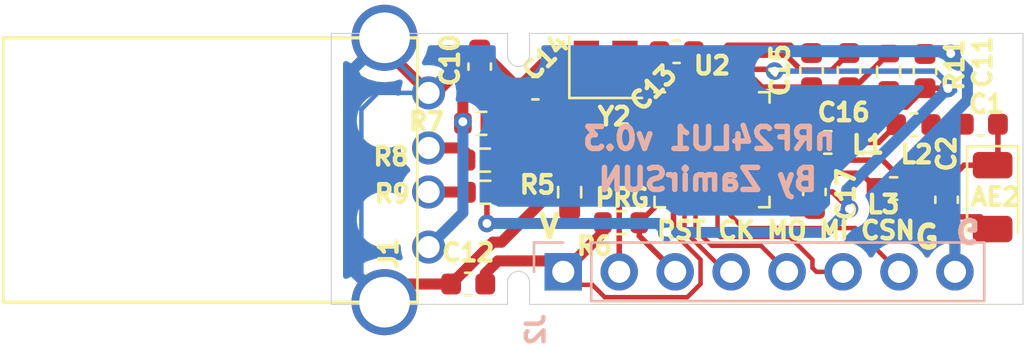
<source format=kicad_pcb>
(kicad_pcb (version 20171130) (host pcbnew 5.1.9-1.fc33)

  (general
    (thickness 1.6)
    (drawings 19)
    (tracks 233)
    (zones 0)
    (modules 24)
    (nets 25)
  )

  (page A4)
  (layers
    (0 F.Cu signal)
    (31 B.Cu signal)
    (32 B.Adhes user)
    (33 F.Adhes user)
    (34 B.Paste user)
    (35 F.Paste user)
    (36 B.SilkS user)
    (37 F.SilkS user)
    (38 B.Mask user)
    (39 F.Mask user)
    (40 Dwgs.User user hide)
    (41 Cmts.User user)
    (42 Eco1.User user)
    (43 Eco2.User user)
    (44 Edge.Cuts user)
    (45 Margin user)
    (46 B.CrtYd user hide)
    (47 F.CrtYd user hide)
    (48 B.Fab user hide)
    (49 F.Fab user hide)
  )

  (setup
    (last_trace_width 0.25)
    (user_trace_width 0.2032)
    (user_trace_width 0.5)
    (trace_clearance 0.2)
    (zone_clearance 0.508)
    (zone_45_only no)
    (trace_min 0.128)
    (via_size 0.8)
    (via_drill 0.4)
    (via_min_size 0.6)
    (via_min_drill 0.3)
    (uvia_size 0.3)
    (uvia_drill 0.1)
    (uvias_allowed no)
    (uvia_min_size 0.2)
    (uvia_min_drill 0.1)
    (edge_width 0.05)
    (segment_width 0.2)
    (pcb_text_width 0.3)
    (pcb_text_size 1.5 1.5)
    (mod_edge_width 0.12)
    (mod_text_size 1 1)
    (mod_text_width 0.15)
    (pad_size 1.524 1.524)
    (pad_drill 0.762)
    (pad_to_mask_clearance 0)
    (aux_axis_origin 0 0)
    (visible_elements FFFFFF7F)
    (pcbplotparams
      (layerselection 0x010fc_ffffffff)
      (usegerberextensions false)
      (usegerberattributes true)
      (usegerberadvancedattributes true)
      (creategerberjobfile true)
      (excludeedgelayer true)
      (linewidth 0.100000)
      (plotframeref false)
      (viasonmask false)
      (mode 1)
      (useauxorigin false)
      (hpglpennumber 1)
      (hpglpenspeed 20)
      (hpglpendiameter 15.000000)
      (psnegative false)
      (psa4output false)
      (plotreference true)
      (plotvalue true)
      (plotinvisibletext false)
      (padsonsilk false)
      (subtractmaskfromsilk false)
      (outputformat 1)
      (mirror false)
      (drillshape 0)
      (scaleselection 1)
      (outputdirectory "gerber"))
  )

  (net 0 "")
  (net 1 GND)
  (net 2 VDD)
  (net 3 "Net-(C13-Pad2)")
  (net 4 "Net-(C14-Pad2)")
  (net 5 "Net-(AE2-Pad1)")
  (net 6 /D+)
  (net 7 /D-)
  (net 8 /VBUS)
  (net 9 /PROG)
  (net 10 /nRF_RST)
  (net 11 "Net-(R8-Pad2)")
  (net 12 "Net-(R9-Pad2)")
  (net 13 "Net-(C15-Pad2)")
  (net 14 "Net-(C16-Pad2)")
  (net 15 "Net-(C17-Pad2)")
  (net 16 "Net-(R7-Pad2)")
  (net 17 "Net-(R11-Pad2)")
  (net 18 /CSN)
  (net 19 /MISO)
  (net 20 /MOSI)
  (net 21 /SCK)
  (net 22 "Net-(C1-Pad2)")
  (net 23 "Net-(L1-Pad2)")
  (net 24 "Net-(L1-Pad1)")

  (net_class Default "This is the default net class."
    (clearance 0.2)
    (trace_width 0.25)
    (via_dia 0.8)
    (via_drill 0.4)
    (uvia_dia 0.3)
    (uvia_drill 0.1)
    (add_net /CSN)
    (add_net /D+)
    (add_net /D-)
    (add_net /MISO)
    (add_net /MOSI)
    (add_net /PROG)
    (add_net /SCK)
    (add_net /VBUS)
    (add_net /nRF_RST)
    (add_net GND)
    (add_net "Net-(AE2-Pad1)")
    (add_net "Net-(C1-Pad2)")
    (add_net "Net-(C13-Pad2)")
    (add_net "Net-(C14-Pad2)")
    (add_net "Net-(C15-Pad2)")
    (add_net "Net-(C16-Pad2)")
    (add_net "Net-(C17-Pad2)")
    (add_net "Net-(L1-Pad1)")
    (add_net "Net-(L1-Pad2)")
    (add_net "Net-(R11-Pad2)")
    (add_net "Net-(R7-Pad2)")
    (add_net "Net-(R8-Pad2)")
    (add_net "Net-(R9-Pad2)")
    (add_net VDD)
  )

  (module Capacitor_SMD:C_0603_1608Metric (layer F.Cu) (tedit 5F68FEEE) (tstamp 6031E4DA)
    (at 46.215 71.374)
    (descr "Capacitor SMD 0603 (1608 Metric), square (rectangular) end terminal, IPC_7351 nominal, (Body size source: IPC-SM-782 page 76, https://www.pcb-3d.com/wordpress/wp-content/uploads/ipc-sm-782a_amendment_1_and_2.pdf), generated with kicad-footprint-generator")
    (tags capacitor)
    (path /6041176F)
    (attr smd)
    (fp_text reference C12 (at 0 -1.43) (layer F.SilkS)
      (effects (font (size 0.8 0.8) (thickness 0.3)))
    )
    (fp_text value 100nF (at 0 1.43) (layer F.Fab)
      (effects (font (size 0.8 0.8) (thickness 0.3)))
    )
    (fp_line (start 1.48 0.73) (end -1.48 0.73) (layer F.CrtYd) (width 0.05))
    (fp_line (start 1.48 -0.73) (end 1.48 0.73) (layer F.CrtYd) (width 0.05))
    (fp_line (start -1.48 -0.73) (end 1.48 -0.73) (layer F.CrtYd) (width 0.05))
    (fp_line (start -1.48 0.73) (end -1.48 -0.73) (layer F.CrtYd) (width 0.05))
    (fp_line (start -0.14058 0.51) (end 0.14058 0.51) (layer F.SilkS) (width 0.12))
    (fp_line (start -0.14058 -0.51) (end 0.14058 -0.51) (layer F.SilkS) (width 0.12))
    (fp_line (start 0.8 0.4) (end -0.8 0.4) (layer F.Fab) (width 0.1))
    (fp_line (start 0.8 -0.4) (end 0.8 0.4) (layer F.Fab) (width 0.1))
    (fp_line (start -0.8 -0.4) (end 0.8 -0.4) (layer F.Fab) (width 0.1))
    (fp_line (start -0.8 0.4) (end -0.8 -0.4) (layer F.Fab) (width 0.1))
    (fp_text user %R (at -0.035 0.035) (layer F.Fab)
      (effects (font (size 0.8 0.8) (thickness 0.3)))
    )
    (pad 2 smd roundrect (at 0.775 0) (size 0.9 0.95) (layers F.Cu F.Paste F.Mask) (roundrect_rratio 0.25)
      (net 2 VDD))
    (pad 1 smd roundrect (at -0.775 0) (size 0.9 0.95) (layers F.Cu F.Paste F.Mask) (roundrect_rratio 0.25)
      (net 1 GND))
    (model ${KISYS3DMOD}/Capacitor_SMD.3dshapes/C_0603_1608Metric.wrl
      (at (xyz 0 0 0))
      (scale (xyz 1 1 1))
      (rotate (xyz 0 0 0))
    )
  )

  (module Inductor_SMD:L_0603_1608Metric (layer F.Cu) (tedit 5F68FEF0) (tstamp 6056032A)
    (at 65.5275 67.04)
    (descr "Inductor SMD 0603 (1608 Metric), square (rectangular) end terminal, IPC_7351 nominal, (Body size source: http://www.tortai-tech.com/upload/download/2011102023233369053.pdf), generated with kicad-footprint-generator")
    (tags inductor)
    (path /6055EAFC)
    (attr smd)
    (fp_text reference L3 (at -0.4675 0.72) (layer F.SilkS)
      (effects (font (size 0.8 0.8) (thickness 0.2)))
    )
    (fp_text value 6.8nH (at 0 1.43) (layer F.Fab)
      (effects (font (size 1 1) (thickness 0.15)))
    )
    (fp_line (start 1.48 0.73) (end -1.48 0.73) (layer F.CrtYd) (width 0.05))
    (fp_line (start 1.48 -0.73) (end 1.48 0.73) (layer F.CrtYd) (width 0.05))
    (fp_line (start -1.48 -0.73) (end 1.48 -0.73) (layer F.CrtYd) (width 0.05))
    (fp_line (start -1.48 0.73) (end -1.48 -0.73) (layer F.CrtYd) (width 0.05))
    (fp_line (start -0.162779 0.51) (end 0.162779 0.51) (layer F.SilkS) (width 0.12))
    (fp_line (start -0.162779 -0.51) (end 0.162779 -0.51) (layer F.SilkS) (width 0.12))
    (fp_line (start 0.8 0.4) (end -0.8 0.4) (layer F.Fab) (width 0.1))
    (fp_line (start 0.8 -0.4) (end 0.8 0.4) (layer F.Fab) (width 0.1))
    (fp_line (start -0.8 -0.4) (end 0.8 -0.4) (layer F.Fab) (width 0.1))
    (fp_line (start -0.8 0.4) (end -0.8 -0.4) (layer F.Fab) (width 0.1))
    (fp_text user %R (at 0 0) (layer F.Fab)
      (effects (font (size 0.4 0.4) (thickness 0.06)))
    )
    (pad 2 smd roundrect (at 0.7875 0) (size 0.875 0.95) (layers F.Cu F.Paste F.Mask) (roundrect_rratio 0.25)
      (net 24 "Net-(L1-Pad1)"))
    (pad 1 smd roundrect (at -0.7875 0) (size 0.875 0.95) (layers F.Cu F.Paste F.Mask) (roundrect_rratio 0.25)
      (net 15 "Net-(C17-Pad2)"))
    (model ${KISYS3DMOD}/Inductor_SMD.3dshapes/L_0603_1608Metric.wrl
      (at (xyz 0 0 0))
      (scale (xyz 1 1 1))
      (rotate (xyz 0 0 0))
    )
  )

  (module Inductor_SMD:L_0603_1608Metric (layer F.Cu) (tedit 5F68FEF0) (tstamp 60560319)
    (at 66.4375 64.14 180)
    (descr "Inductor SMD 0603 (1608 Metric), square (rectangular) end terminal, IPC_7351 nominal, (Body size source: http://www.tortai-tech.com/upload/download/2011102023233369053.pdf), generated with kicad-footprint-generator")
    (tags inductor)
    (path /60564F02)
    (attr smd)
    (fp_text reference L2 (at -0.1325 -1.35) (layer F.SilkS)
      (effects (font (size 0.8 0.8) (thickness 0.2)))
    )
    (fp_text value 4.7nH (at 0 1.43) (layer F.Fab)
      (effects (font (size 1 1) (thickness 0.15)))
    )
    (fp_line (start 1.48 0.73) (end -1.48 0.73) (layer F.CrtYd) (width 0.05))
    (fp_line (start 1.48 -0.73) (end 1.48 0.73) (layer F.CrtYd) (width 0.05))
    (fp_line (start -1.48 -0.73) (end 1.48 -0.73) (layer F.CrtYd) (width 0.05))
    (fp_line (start -1.48 0.73) (end -1.48 -0.73) (layer F.CrtYd) (width 0.05))
    (fp_line (start -0.162779 0.51) (end 0.162779 0.51) (layer F.SilkS) (width 0.12))
    (fp_line (start -0.162779 -0.51) (end 0.162779 -0.51) (layer F.SilkS) (width 0.12))
    (fp_line (start 0.8 0.4) (end -0.8 0.4) (layer F.Fab) (width 0.1))
    (fp_line (start 0.8 -0.4) (end 0.8 0.4) (layer F.Fab) (width 0.1))
    (fp_line (start -0.8 -0.4) (end 0.8 -0.4) (layer F.Fab) (width 0.1))
    (fp_line (start -0.8 0.4) (end -0.8 -0.4) (layer F.Fab) (width 0.1))
    (fp_text user %R (at 0 0) (layer F.Fab)
      (effects (font (size 0.4 0.4) (thickness 0.06)))
    )
    (pad 2 smd roundrect (at 0.7875 0 180) (size 0.875 0.95) (layers F.Cu F.Paste F.Mask) (roundrect_rratio 0.25)
      (net 23 "Net-(L1-Pad2)"))
    (pad 1 smd roundrect (at -0.7875 0 180) (size 0.875 0.95) (layers F.Cu F.Paste F.Mask) (roundrect_rratio 0.25)
      (net 22 "Net-(C1-Pad2)"))
    (model ${KISYS3DMOD}/Inductor_SMD.3dshapes/L_0603_1608Metric.wrl
      (at (xyz 0 0 0))
      (scale (xyz 1 1 1))
      (rotate (xyz 0 0 0))
    )
  )

  (module Inductor_SMD:L_0603_1608Metric (layer F.Cu) (tedit 5F68FEF0) (tstamp 60560308)
    (at 62.5375 64.95)
    (descr "Inductor SMD 0603 (1608 Metric), square (rectangular) end terminal, IPC_7351 nominal, (Body size source: http://www.tortai-tech.com/upload/download/2011102023233369053.pdf), generated with kicad-footprint-generator")
    (tags inductor)
    (path /60564688)
    (attr smd)
    (fp_text reference L1 (at 1.8225 0.1) (layer F.SilkS)
      (effects (font (size 0.8 0.8) (thickness 0.2)))
    )
    (fp_text value 6.8nH (at 0 1.43) (layer F.Fab)
      (effects (font (size 1 1) (thickness 0.15)))
    )
    (fp_line (start 1.48 0.73) (end -1.48 0.73) (layer F.CrtYd) (width 0.05))
    (fp_line (start 1.48 -0.73) (end 1.48 0.73) (layer F.CrtYd) (width 0.05))
    (fp_line (start -1.48 -0.73) (end 1.48 -0.73) (layer F.CrtYd) (width 0.05))
    (fp_line (start -1.48 0.73) (end -1.48 -0.73) (layer F.CrtYd) (width 0.05))
    (fp_line (start -0.162779 0.51) (end 0.162779 0.51) (layer F.SilkS) (width 0.12))
    (fp_line (start -0.162779 -0.51) (end 0.162779 -0.51) (layer F.SilkS) (width 0.12))
    (fp_line (start 0.8 0.4) (end -0.8 0.4) (layer F.Fab) (width 0.1))
    (fp_line (start 0.8 -0.4) (end 0.8 0.4) (layer F.Fab) (width 0.1))
    (fp_line (start -0.8 -0.4) (end 0.8 -0.4) (layer F.Fab) (width 0.1))
    (fp_line (start -0.8 0.4) (end -0.8 -0.4) (layer F.Fab) (width 0.1))
    (fp_text user %R (at 0 0) (layer F.Fab)
      (effects (font (size 0.4 0.4) (thickness 0.06)))
    )
    (pad 2 smd roundrect (at 0.7875 0) (size 0.875 0.95) (layers F.Cu F.Paste F.Mask) (roundrect_rratio 0.25)
      (net 23 "Net-(L1-Pad2)"))
    (pad 1 smd roundrect (at -0.7875 0) (size 0.875 0.95) (layers F.Cu F.Paste F.Mask) (roundrect_rratio 0.25)
      (net 24 "Net-(L1-Pad1)"))
    (model ${KISYS3DMOD}/Inductor_SMD.3dshapes/L_0603_1608Metric.wrl
      (at (xyz 0 0 0))
      (scale (xyz 1 1 1))
      (rotate (xyz 0 0 0))
    )
  )

  (module Capacitor_SMD:C_0603_1608Metric (layer F.Cu) (tedit 5F68FEEE) (tstamp 6056014F)
    (at 67.93 67.551 90)
    (descr "Capacitor SMD 0603 (1608 Metric), square (rectangular) end terminal, IPC_7351 nominal, (Body size source: IPC-SM-782 page 76, https://www.pcb-3d.com/wordpress/wp-content/uploads/ipc-sm-782a_amendment_1_and_2.pdf), generated with kicad-footprint-generator")
    (tags capacitor)
    (path /60566DE8)
    (attr smd)
    (fp_text reference C2 (at 2.091 0 90) (layer F.SilkS)
      (effects (font (size 0.8 0.8) (thickness 0.2)))
    )
    (fp_text value 1.0nF (at 0 1.43 90) (layer F.Fab)
      (effects (font (size 1 1) (thickness 0.15)))
    )
    (fp_line (start 1.48 0.73) (end -1.48 0.73) (layer F.CrtYd) (width 0.05))
    (fp_line (start 1.48 -0.73) (end 1.48 0.73) (layer F.CrtYd) (width 0.05))
    (fp_line (start -1.48 -0.73) (end 1.48 -0.73) (layer F.CrtYd) (width 0.05))
    (fp_line (start -1.48 0.73) (end -1.48 -0.73) (layer F.CrtYd) (width 0.05))
    (fp_line (start -0.14058 0.51) (end 0.14058 0.51) (layer F.SilkS) (width 0.12))
    (fp_line (start -0.14058 -0.51) (end 0.14058 -0.51) (layer F.SilkS) (width 0.12))
    (fp_line (start 0.8 0.4) (end -0.8 0.4) (layer F.Fab) (width 0.1))
    (fp_line (start 0.8 -0.4) (end 0.8 0.4) (layer F.Fab) (width 0.1))
    (fp_line (start -0.8 -0.4) (end 0.8 -0.4) (layer F.Fab) (width 0.1))
    (fp_line (start -0.8 0.4) (end -0.8 -0.4) (layer F.Fab) (width 0.1))
    (fp_text user %R (at 0 0 90) (layer F.Fab)
      (effects (font (size 0.4 0.4) (thickness 0.06)))
    )
    (pad 2 smd roundrect (at 0.775 0 90) (size 0.9 0.95) (layers F.Cu F.Paste F.Mask) (roundrect_rratio 0.25)
      (net 5 "Net-(AE2-Pad1)"))
    (pad 1 smd roundrect (at -0.775 0 90) (size 0.9 0.95) (layers F.Cu F.Paste F.Mask) (roundrect_rratio 0.25)
      (net 1 GND))
    (model ${KISYS3DMOD}/Capacitor_SMD.3dshapes/C_0603_1608Metric.wrl
      (at (xyz 0 0 0))
      (scale (xyz 1 1 1))
      (rotate (xyz 0 0 0))
    )
  )

  (module Capacitor_SMD:C_0603_1608Metric (layer F.Cu) (tedit 5F68FEEE) (tstamp 6056013E)
    (at 69.485 64.12 180)
    (descr "Capacitor SMD 0603 (1608 Metric), square (rectangular) end terminal, IPC_7351 nominal, (Body size source: IPC-SM-782 page 76, https://www.pcb-3d.com/wordpress/wp-content/uploads/ipc-sm-782a_amendment_1_and_2.pdf), generated with kicad-footprint-generator")
    (tags capacitor)
    (path /605667D1)
    (attr smd)
    (fp_text reference C1 (at -0.255 0.92) (layer F.SilkS)
      (effects (font (size 0.8 0.8) (thickness 0.2)))
    )
    (fp_text value 1.2pF (at 0 1.43) (layer F.Fab)
      (effects (font (size 1 1) (thickness 0.15)))
    )
    (fp_line (start 1.48 0.73) (end -1.48 0.73) (layer F.CrtYd) (width 0.05))
    (fp_line (start 1.48 -0.73) (end 1.48 0.73) (layer F.CrtYd) (width 0.05))
    (fp_line (start -1.48 -0.73) (end 1.48 -0.73) (layer F.CrtYd) (width 0.05))
    (fp_line (start -1.48 0.73) (end -1.48 -0.73) (layer F.CrtYd) (width 0.05))
    (fp_line (start -0.14058 0.51) (end 0.14058 0.51) (layer F.SilkS) (width 0.12))
    (fp_line (start -0.14058 -0.51) (end 0.14058 -0.51) (layer F.SilkS) (width 0.12))
    (fp_line (start 0.8 0.4) (end -0.8 0.4) (layer F.Fab) (width 0.1))
    (fp_line (start 0.8 -0.4) (end 0.8 0.4) (layer F.Fab) (width 0.1))
    (fp_line (start -0.8 -0.4) (end 0.8 -0.4) (layer F.Fab) (width 0.1))
    (fp_line (start -0.8 0.4) (end -0.8 -0.4) (layer F.Fab) (width 0.1))
    (fp_text user %R (at 0 0) (layer F.Fab)
      (effects (font (size 0.4 0.4) (thickness 0.06)))
    )
    (pad 2 smd roundrect (at 0.775 0 180) (size 0.9 0.95) (layers F.Cu F.Paste F.Mask) (roundrect_rratio 0.25)
      (net 22 "Net-(C1-Pad2)"))
    (pad 1 smd roundrect (at -0.775 0 180) (size 0.9 0.95) (layers F.Cu F.Paste F.Mask) (roundrect_rratio 0.25)
      (net 5 "Net-(AE2-Pad1)"))
    (model ${KISYS3DMOD}/Capacitor_SMD.3dshapes/C_0603_1608Metric.wrl
      (at (xyz 0 0 0))
      (scale (xyz 1 1 1))
      (rotate (xyz 0 0 0))
    )
  )

  (module Icenowy_Connectors:USB_A_Plug (layer F.Cu) (tedit 603A6151) (tstamp 6050D0D2)
    (at 44.418 62.698 270)
    (descr "USB A plug")
    (tags "USB USB_A")
    (path /6031784E)
    (fp_text reference J1 (at 7.282 1.818 90) (layer F.SilkS)
      (effects (font (size 0.8 0.8) (thickness 0.3)))
    )
    (fp_text value USB_A (at 3.84 7.44 90) (layer F.Fab)
      (effects (font (size 0.8 0.8) (thickness 0.3)))
    )
    (fp_line (start 9.5 0.508) (end 9.5 19.308) (layer F.SilkS) (width 0.15))
    (fp_line (start -4.191 19.431) (end -4.191 -1.397) (layer F.CrtYd) (width 0.05))
    (fp_line (start 11.303 -1.397) (end 11.303 19.431) (layer F.CrtYd) (width 0.05))
    (fp_line (start -4.191 19.431) (end 11.303 19.431) (layer F.CrtYd) (width 0.05))
    (fp_line (start -4.191 -1.397) (end 11.303 -1.397) (layer F.CrtYd) (width 0.05))
    (fp_line (start -2.5 0.508) (end 9.5 0.508) (layer F.SilkS) (width 0.12))
    (fp_line (start -2.5 0.508) (end -2.5 19.308) (layer F.SilkS) (width 0.15))
    (fp_line (start -2.5 19.308) (end 9.5 19.308) (layer F.SilkS) (width 0.12))
    (pad "" np_thru_hole circle (at 1.25 2 180) (size 1.5 1.5) (drill 1.5) (layers *.Cu *.Mask))
    (pad 5 thru_hole circle (at -2.5 2 180) (size 3 3) (drill 2.3) (layers *.Cu *.Mask)
      (net 1 GND))
    (pad 5 thru_hole circle (at 9.5 2 180) (size 3 3) (drill 2.3) (layers *.Cu *.Mask)
      (net 1 GND))
    (pad 4 thru_hole circle (at 0 0 180) (size 1.5 1.5) (drill 1) (layers *.Cu *.Mask)
      (net 1 GND))
    (pad 3 thru_hole circle (at 2.5 0 180) (size 1.5 1.5) (drill 1) (layers *.Cu *.Mask)
      (net 6 /D+))
    (pad 2 thru_hole circle (at 4.5 0 180) (size 1.5 1.5) (drill 1) (layers *.Cu *.Mask)
      (net 7 /D-))
    (pad 1 thru_hole circle (at 7 0 180) (size 1.5 1.5) (drill 1) (layers *.Cu *.Mask)
      (net 8 /VBUS))
    (pad "" np_thru_hole circle (at 5.75 2 180) (size 1.5 1.5) (drill 1.5) (layers *.Cu *.Mask))
    (model /home/icenowy/kicad/packages/USB_A_Plug.step
      (offset (xyz 3.5 -20 0))
      (scale (xyz 1 1 1))
      (rotate (xyz -90 0 0))
    )
  )

  (module Connector_PinHeader_2.54mm:PinHeader_1x08_P2.54mm_Vertical (layer B.Cu) (tedit 59FED5CC) (tstamp 60327596)
    (at 50.53 70.82 270)
    (descr "Through hole straight pin header, 1x08, 2.54mm pitch, single row")
    (tags "Through hole pin header THT 1x08 2.54mm single row")
    (path /60C38DD5)
    (fp_text reference J2 (at 2.62 1.26 270) (layer B.SilkS)
      (effects (font (size 0.8 0.8) (thickness 0.3)) (justify mirror))
    )
    (fp_text value Conn_01x08_Male (at 0 -20.11 270) (layer B.Fab)
      (effects (font (size 0.8 0.8) (thickness 0.3)) (justify mirror))
    )
    (fp_line (start -0.635 1.27) (end 1.27 1.27) (layer B.Fab) (width 0.1))
    (fp_line (start 1.27 1.27) (end 1.27 -19.05) (layer B.Fab) (width 0.1))
    (fp_line (start 1.27 -19.05) (end -1.27 -19.05) (layer B.Fab) (width 0.1))
    (fp_line (start -1.27 -19.05) (end -1.27 0.635) (layer B.Fab) (width 0.1))
    (fp_line (start -1.27 0.635) (end -0.635 1.27) (layer B.Fab) (width 0.1))
    (fp_line (start -1.33 -19.11) (end 1.33 -19.11) (layer B.SilkS) (width 0.12))
    (fp_line (start -1.33 -1.27) (end -1.33 -19.11) (layer B.SilkS) (width 0.12))
    (fp_line (start 1.33 -1.27) (end 1.33 -19.11) (layer B.SilkS) (width 0.12))
    (fp_line (start -1.33 -1.27) (end 1.33 -1.27) (layer B.SilkS) (width 0.12))
    (fp_line (start -1.33 0) (end -1.33 1.33) (layer B.SilkS) (width 0.12))
    (fp_line (start -1.33 1.33) (end 0 1.33) (layer B.SilkS) (width 0.12))
    (fp_line (start -1.8 1.8) (end -1.8 -19.55) (layer B.CrtYd) (width 0.05))
    (fp_line (start -1.8 -19.55) (end 1.8 -19.55) (layer B.CrtYd) (width 0.05))
    (fp_line (start 1.8 -19.55) (end 1.8 1.8) (layer B.CrtYd) (width 0.05))
    (fp_line (start 1.8 1.8) (end -1.8 1.8) (layer B.CrtYd) (width 0.05))
    (fp_text user %R (at 0 -8.89) (layer B.Fab)
      (effects (font (size 0.8 0.8) (thickness 0.3)) (justify mirror))
    )
    (pad 8 thru_hole oval (at 0 -17.78 270) (size 1.7 1.7) (drill 1) (layers *.Cu *.Mask)
      (net 1 GND))
    (pad 7 thru_hole oval (at 0 -15.24 270) (size 1.7 1.7) (drill 1) (layers *.Cu *.Mask)
      (net 18 /CSN))
    (pad 6 thru_hole oval (at 0 -12.7 270) (size 1.7 1.7) (drill 1) (layers *.Cu *.Mask)
      (net 19 /MISO))
    (pad 5 thru_hole oval (at 0 -10.16 270) (size 1.7 1.7) (drill 1) (layers *.Cu *.Mask)
      (net 20 /MOSI))
    (pad 4 thru_hole oval (at 0 -7.62 270) (size 1.7 1.7) (drill 1) (layers *.Cu *.Mask)
      (net 21 /SCK))
    (pad 3 thru_hole oval (at 0 -5.08 270) (size 1.7 1.7) (drill 1) (layers *.Cu *.Mask)
      (net 10 /nRF_RST))
    (pad 2 thru_hole oval (at 0 -2.54 270) (size 1.7 1.7) (drill 1) (layers *.Cu *.Mask)
      (net 9 /PROG))
    (pad 1 thru_hole rect (at 0 0 270) (size 1.7 1.7) (drill 1) (layers *.Cu *.Mask)
      (net 2 VDD))
    (model ${KISYS3DMOD}/Connector_PinHeader_2.54mm.3dshapes/PinHeader_1x08_P2.54mm_Vertical.wrl
      (at (xyz 0 0 0))
      (scale (xyz 1 1 1))
      (rotate (xyz 0 0 0))
    )
  )

  (module Crystal:Crystal_SMD_2520-4Pin_2.5x2.0mm (layer F.Cu) (tedit 5A0FD1B2) (tstamp 60324D87)
    (at 52.455 61.53)
    (descr "SMD Crystal SERIES SMD2520/4 http://www.newxtal.com/UploadFiles/Images/2012-11-12-09-29-09-776.pdf, 2.5x2.0mm^2 package")
    (tags "SMD SMT crystal")
    (path /60607D04)
    (attr smd)
    (fp_text reference Y2 (at 0.395 2.24) (layer F.SilkS)
      (effects (font (size 0.8 0.8) (thickness 0.3)))
    )
    (fp_text value 16M (at 0 2.2) (layer F.Fab)
      (effects (font (size 0.8 0.8) (thickness 0.3)))
    )
    (fp_line (start -1.15 -1) (end 1.15 -1) (layer F.Fab) (width 0.1))
    (fp_line (start 1.15 -1) (end 1.25 -0.9) (layer F.Fab) (width 0.1))
    (fp_line (start 1.25 -0.9) (end 1.25 0.9) (layer F.Fab) (width 0.1))
    (fp_line (start 1.25 0.9) (end 1.15 1) (layer F.Fab) (width 0.1))
    (fp_line (start 1.15 1) (end -1.15 1) (layer F.Fab) (width 0.1))
    (fp_line (start -1.15 1) (end -1.25 0.9) (layer F.Fab) (width 0.1))
    (fp_line (start -1.25 0.9) (end -1.25 -0.9) (layer F.Fab) (width 0.1))
    (fp_line (start -1.25 -0.9) (end -1.15 -1) (layer F.Fab) (width 0.1))
    (fp_line (start -1.25 0) (end -0.25 1) (layer F.Fab) (width 0.1))
    (fp_line (start -1.65 -1.4) (end -1.65 1.4) (layer F.SilkS) (width 0.12))
    (fp_line (start -1.65 1.4) (end 1.65 1.4) (layer F.SilkS) (width 0.12))
    (fp_line (start -1.7 -1.5) (end -1.7 1.5) (layer F.CrtYd) (width 0.05))
    (fp_line (start -1.7 1.5) (end 1.7 1.5) (layer F.CrtYd) (width 0.05))
    (fp_line (start 1.7 1.5) (end 1.7 -1.5) (layer F.CrtYd) (width 0.05))
    (fp_line (start 1.7 -1.5) (end -1.7 -1.5) (layer F.CrtYd) (width 0.05))
    (fp_text user %R (at 0 0) (layer F.Fab)
      (effects (font (size 0.8 0.8) (thickness 0.3)))
    )
    (pad 4 smd rect (at -0.875 -0.7) (size 1.15 1) (layers F.Cu F.Paste F.Mask)
      (net 1 GND))
    (pad 3 smd rect (at 0.875 -0.7) (size 1.15 1) (layers F.Cu F.Paste F.Mask)
      (net 3 "Net-(C13-Pad2)"))
    (pad 2 smd rect (at 0.875 0.7) (size 1.15 1) (layers F.Cu F.Paste F.Mask)
      (net 1 GND))
    (pad 1 smd rect (at -0.875 0.7) (size 1.15 1) (layers F.Cu F.Paste F.Mask)
      (net 4 "Net-(C14-Pad2)"))
    (model ${KISYS3DMOD}/Crystal.3dshapes/Crystal_SMD_2520-4Pin_2.5x2.0mm.wrl
      (at (xyz 0 0 0))
      (scale (xyz 1 1 1))
      (rotate (xyz 0 0 0))
    )
  )

  (module Package_DFN_QFN:QFN-32-1EP_5x5mm_P0.5mm_EP3.45x3.45mm (layer F.Cu) (tedit 5DC5F6A4) (tstamp 60562F6E)
    (at 57.284 65.278)
    (descr "QFN, 32 Pin (http://www.analog.com/media/en/package-pcb-resources/package/pkg_pdf/ltc-legacy-qfn/QFN_32_05-08-1693.pdf), generated with kicad-footprint-generator ipc_noLead_generator.py")
    (tags "QFN NoLead")
    (path /6032F3BB)
    (attr smd)
    (fp_text reference U2 (at 0 -3.82) (layer F.SilkS)
      (effects (font (size 0.8 0.8) (thickness 0.3)))
    )
    (fp_text value nRF24LU1P-QFN32 (at 0 3.82) (layer F.Fab)
      (effects (font (size 0.8 0.8) (thickness 0.3)))
    )
    (fp_line (start 3.12 -3.12) (end -3.12 -3.12) (layer F.CrtYd) (width 0.05))
    (fp_line (start 3.12 3.12) (end 3.12 -3.12) (layer F.CrtYd) (width 0.05))
    (fp_line (start -3.12 3.12) (end 3.12 3.12) (layer F.CrtYd) (width 0.05))
    (fp_line (start -3.12 -3.12) (end -3.12 3.12) (layer F.CrtYd) (width 0.05))
    (fp_line (start -2.5 -1.5) (end -1.5 -2.5) (layer F.Fab) (width 0.1))
    (fp_line (start -2.5 2.5) (end -2.5 -1.5) (layer F.Fab) (width 0.1))
    (fp_line (start 2.5 2.5) (end -2.5 2.5) (layer F.Fab) (width 0.1))
    (fp_line (start 2.5 -2.5) (end 2.5 2.5) (layer F.Fab) (width 0.1))
    (fp_line (start -1.5 -2.5) (end 2.5 -2.5) (layer F.Fab) (width 0.1))
    (fp_line (start -2.135 -2.61) (end -2.61 -2.61) (layer F.SilkS) (width 0.12))
    (fp_line (start 2.61 2.61) (end 2.61 2.135) (layer F.SilkS) (width 0.12))
    (fp_line (start 2.135 2.61) (end 2.61 2.61) (layer F.SilkS) (width 0.12))
    (fp_line (start -2.61 2.61) (end -2.61 2.135) (layer F.SilkS) (width 0.12))
    (fp_line (start -2.135 2.61) (end -2.61 2.61) (layer F.SilkS) (width 0.12))
    (fp_line (start 2.61 -2.61) (end 2.61 -2.135) (layer F.SilkS) (width 0.12))
    (fp_line (start 2.135 -2.61) (end 2.61 -2.61) (layer F.SilkS) (width 0.12))
    (fp_text user %R (at 0 0) (layer F.Fab)
      (effects (font (size 0.8 0.8) (thickness 0.3)))
    )
    (pad "" smd roundrect (at 1.15 1.15) (size 0.93 0.93) (layers F.Paste) (roundrect_rratio 0.25))
    (pad "" smd roundrect (at 1.15 0) (size 0.93 0.93) (layers F.Paste) (roundrect_rratio 0.25))
    (pad "" smd roundrect (at 1.15 -1.15) (size 0.93 0.93) (layers F.Paste) (roundrect_rratio 0.25))
    (pad "" smd roundrect (at 0 1.15) (size 0.93 0.93) (layers F.Paste) (roundrect_rratio 0.25))
    (pad "" smd roundrect (at 0 0) (size 0.93 0.93) (layers F.Paste) (roundrect_rratio 0.25))
    (pad "" smd roundrect (at 0 -1.15) (size 0.93 0.93) (layers F.Paste) (roundrect_rratio 0.25))
    (pad "" smd roundrect (at -1.15 1.15) (size 0.93 0.93) (layers F.Paste) (roundrect_rratio 0.25))
    (pad "" smd roundrect (at -1.15 0) (size 0.93 0.93) (layers F.Paste) (roundrect_rratio 0.25))
    (pad "" smd roundrect (at -1.15 -1.15) (size 0.93 0.93) (layers F.Paste) (roundrect_rratio 0.25))
    (pad 33 smd rect (at 0 0) (size 3.45 3.45) (layers F.Cu F.Mask)
      (net 1 GND))
    (pad 32 smd roundrect (at -1.75 -2.4375) (size 0.25 0.875) (layers F.Cu F.Paste F.Mask) (roundrect_rratio 0.25)
      (net 4 "Net-(C14-Pad2)"))
    (pad 31 smd roundrect (at -1.25 -2.4375) (size 0.25 0.875) (layers F.Cu F.Paste F.Mask) (roundrect_rratio 0.25)
      (net 3 "Net-(C13-Pad2)"))
    (pad 30 smd roundrect (at -0.75 -2.4375) (size 0.25 0.875) (layers F.Cu F.Paste F.Mask) (roundrect_rratio 0.25)
      (net 1 GND))
    (pad 29 smd roundrect (at -0.25 -2.4375) (size 0.25 0.875) (layers F.Cu F.Paste F.Mask) (roundrect_rratio 0.25)
      (net 13 "Net-(C15-Pad2)"))
    (pad 28 smd roundrect (at 0.25 -2.4375) (size 0.25 0.875) (layers F.Cu F.Paste F.Mask) (roundrect_rratio 0.25)
      (net 14 "Net-(C16-Pad2)"))
    (pad 27 smd roundrect (at 0.75 -2.4375) (size 0.25 0.875) (layers F.Cu F.Paste F.Mask) (roundrect_rratio 0.25)
      (net 2 VDD))
    (pad 26 smd roundrect (at 1.25 -2.4375) (size 0.25 0.875) (layers F.Cu F.Paste F.Mask) (roundrect_rratio 0.25)
      (net 1 GND))
    (pad 25 smd roundrect (at 1.75 -2.4375) (size 0.25 0.875) (layers F.Cu F.Paste F.Mask) (roundrect_rratio 0.25)
      (net 17 "Net-(R11-Pad2)"))
    (pad 24 smd roundrect (at 2.4375 -1.75) (size 0.875 0.25) (layers F.Cu F.Paste F.Mask) (roundrect_rratio 0.25)
      (net 2 VDD))
    (pad 23 smd roundrect (at 2.4375 -1.25) (size 0.875 0.25) (layers F.Cu F.Paste F.Mask) (roundrect_rratio 0.25)
      (net 1 GND))
    (pad 22 smd roundrect (at 2.4375 -0.75) (size 0.875 0.25) (layers F.Cu F.Paste F.Mask) (roundrect_rratio 0.25)
      (net 23 "Net-(L1-Pad2)"))
    (pad 21 smd roundrect (at 2.4375 -0.25) (size 0.875 0.25) (layers F.Cu F.Paste F.Mask) (roundrect_rratio 0.25)
      (net 24 "Net-(L1-Pad1)"))
    (pad 20 smd roundrect (at 2.4375 0.25) (size 0.875 0.25) (layers F.Cu F.Paste F.Mask) (roundrect_rratio 0.25)
      (net 15 "Net-(C17-Pad2)"))
    (pad 19 smd roundrect (at 2.4375 0.75) (size 0.875 0.25) (layers F.Cu F.Paste F.Mask) (roundrect_rratio 0.25)
      (net 2 VDD))
    (pad 18 smd roundrect (at 2.4375 1.25) (size 0.875 0.25) (layers F.Cu F.Paste F.Mask) (roundrect_rratio 0.25)
      (net 1 GND))
    (pad 17 smd roundrect (at 2.4375 1.75) (size 0.875 0.25) (layers F.Cu F.Paste F.Mask) (roundrect_rratio 0.25)
      (net 1 GND))
    (pad 16 smd roundrect (at 1.75 2.4375) (size 0.25 0.875) (layers F.Cu F.Paste F.Mask) (roundrect_rratio 0.25))
    (pad 15 smd roundrect (at 1.25 2.4375) (size 0.25 0.875) (layers F.Cu F.Paste F.Mask) (roundrect_rratio 0.25))
    (pad 14 smd roundrect (at 0.75 2.4375) (size 0.25 0.875) (layers F.Cu F.Paste F.Mask) (roundrect_rratio 0.25)
      (net 18 /CSN))
    (pad 13 smd roundrect (at 0.25 2.4375) (size 0.25 0.875) (layers F.Cu F.Paste F.Mask) (roundrect_rratio 0.25)
      (net 19 /MISO))
    (pad 12 smd roundrect (at -0.25 2.4375) (size 0.25 0.875) (layers F.Cu F.Paste F.Mask) (roundrect_rratio 0.25)
      (net 1 GND))
    (pad 11 smd roundrect (at -0.75 2.4375) (size 0.25 0.875) (layers F.Cu F.Paste F.Mask) (roundrect_rratio 0.25)
      (net 20 /MOSI))
    (pad 10 smd roundrect (at -1.25 2.4375) (size 0.25 0.875) (layers F.Cu F.Paste F.Mask) (roundrect_rratio 0.25)
      (net 21 /SCK))
    (pad 9 smd roundrect (at -1.75 2.4375) (size 0.25 0.875) (layers F.Cu F.Paste F.Mask) (roundrect_rratio 0.25)
      (net 2 VDD))
    (pad 8 smd roundrect (at -2.4375 1.75) (size 0.875 0.25) (layers F.Cu F.Paste F.Mask) (roundrect_rratio 0.25)
      (net 10 /nRF_RST))
    (pad 7 smd roundrect (at -2.4375 1.25) (size 0.875 0.25) (layers F.Cu F.Paste F.Mask) (roundrect_rratio 0.25)
      (net 9 /PROG))
    (pad 6 smd roundrect (at -2.4375 0.75) (size 0.875 0.25) (layers F.Cu F.Paste F.Mask) (roundrect_rratio 0.25)
      (net 1 GND))
    (pad 5 smd roundrect (at -2.4375 0.25) (size 0.875 0.25) (layers F.Cu F.Paste F.Mask) (roundrect_rratio 0.25)
      (net 12 "Net-(R9-Pad2)"))
    (pad 4 smd roundrect (at -2.4375 -0.25) (size 0.875 0.25) (layers F.Cu F.Paste F.Mask) (roundrect_rratio 0.25)
      (net 11 "Net-(R8-Pad2)"))
    (pad 3 smd roundrect (at -2.4375 -0.75) (size 0.875 0.25) (layers F.Cu F.Paste F.Mask) (roundrect_rratio 0.25)
      (net 2 VDD))
    (pad 2 smd roundrect (at -2.4375 -1.25) (size 0.875 0.25) (layers F.Cu F.Paste F.Mask) (roundrect_rratio 0.25)
      (net 16 "Net-(R7-Pad2)"))
    (pad 1 smd roundrect (at -2.4375 -1.75) (size 0.875 0.25) (layers F.Cu F.Paste F.Mask) (roundrect_rratio 0.25)
      (net 2 VDD))
    (model ${KISYS3DMOD}/Package_DFN_QFN.3dshapes/QFN-32-1EP_5x5mm_P0.5mm_EP3.45x3.45mm.wrl
      (at (xyz 0 0 0))
      (scale (xyz 1 1 1))
      (rotate (xyz 0 0 0))
    )
  )

  (module Resistor_SMD:R_0603_1608Metric (layer F.Cu) (tedit 5F68FEEE) (tstamp 6031E6E5)
    (at 65.3 61.74 270)
    (descr "Resistor SMD 0603 (1608 Metric), square (rectangular) end terminal, IPC_7351 nominal, (Body size source: IPC-SM-782 page 72, https://www.pcb-3d.com/wordpress/wp-content/uploads/ipc-sm-782a_amendment_1_and_2.pdf), generated with kicad-footprint-generator")
    (tags resistor)
    (path /606875C5)
    (attr smd)
    (fp_text reference R11 (at -0.32 -2.99 90) (layer F.SilkS)
      (effects (font (size 0.8 0.8) (thickness 0.3)))
    )
    (fp_text value 22k (at 0 1.43 270) (layer F.Fab)
      (effects (font (size 0.8 0.8) (thickness 0.3)))
    )
    (fp_line (start 1.48 0.73) (end -1.48 0.73) (layer F.CrtYd) (width 0.05))
    (fp_line (start 1.48 -0.73) (end 1.48 0.73) (layer F.CrtYd) (width 0.05))
    (fp_line (start -1.48 -0.73) (end 1.48 -0.73) (layer F.CrtYd) (width 0.05))
    (fp_line (start -1.48 0.73) (end -1.48 -0.73) (layer F.CrtYd) (width 0.05))
    (fp_line (start -0.237258 0.5225) (end 0.237258 0.5225) (layer F.SilkS) (width 0.12))
    (fp_line (start -0.237258 -0.5225) (end 0.237258 -0.5225) (layer F.SilkS) (width 0.12))
    (fp_line (start 0.8 0.4125) (end -0.8 0.4125) (layer F.Fab) (width 0.1))
    (fp_line (start 0.8 -0.4125) (end 0.8 0.4125) (layer F.Fab) (width 0.1))
    (fp_line (start -0.8 -0.4125) (end 0.8 -0.4125) (layer F.Fab) (width 0.1))
    (fp_line (start -0.8 0.4125) (end -0.8 -0.4125) (layer F.Fab) (width 0.1))
    (fp_text user %R (at 0 0 270) (layer F.Fab)
      (effects (font (size 0.8 0.8) (thickness 0.3)))
    )
    (pad 2 smd roundrect (at 0.825 0 270) (size 0.8 0.95) (layers F.Cu F.Paste F.Mask) (roundrect_rratio 0.25)
      (net 17 "Net-(R11-Pad2)"))
    (pad 1 smd roundrect (at -0.825 0 270) (size 0.8 0.95) (layers F.Cu F.Paste F.Mask) (roundrect_rratio 0.25)
      (net 1 GND))
    (model ${KISYS3DMOD}/Resistor_SMD.3dshapes/R_0603_1608Metric.wrl
      (at (xyz 0 0 0))
      (scale (xyz 1 1 1))
      (rotate (xyz 0 0 0))
    )
  )

  (module Resistor_SMD:R_0603_1608Metric (layer F.Cu) (tedit 5F68FEEE) (tstamp 6031E6C3)
    (at 46.985 67.21)
    (descr "Resistor SMD 0603 (1608 Metric), square (rectangular) end terminal, IPC_7351 nominal, (Body size source: IPC-SM-782 page 72, https://www.pcb-3d.com/wordpress/wp-content/uploads/ipc-sm-782a_amendment_1_and_2.pdf), generated with kicad-footprint-generator")
    (tags resistor)
    (path /6036232D)
    (attr smd)
    (fp_text reference R9 (at -4.215 0.07) (layer F.SilkS)
      (effects (font (size 0.8 0.8) (thickness 0.3)))
    )
    (fp_text value 22 (at 0 1.43) (layer F.Fab)
      (effects (font (size 0.8 0.8) (thickness 0.3)))
    )
    (fp_line (start 1.48 0.73) (end -1.48 0.73) (layer F.CrtYd) (width 0.05))
    (fp_line (start 1.48 -0.73) (end 1.48 0.73) (layer F.CrtYd) (width 0.05))
    (fp_line (start -1.48 -0.73) (end 1.48 -0.73) (layer F.CrtYd) (width 0.05))
    (fp_line (start -1.48 0.73) (end -1.48 -0.73) (layer F.CrtYd) (width 0.05))
    (fp_line (start -0.237258 0.5225) (end 0.237258 0.5225) (layer F.SilkS) (width 0.12))
    (fp_line (start -0.237258 -0.5225) (end 0.237258 -0.5225) (layer F.SilkS) (width 0.12))
    (fp_line (start 0.8 0.4125) (end -0.8 0.4125) (layer F.Fab) (width 0.1))
    (fp_line (start 0.8 -0.4125) (end 0.8 0.4125) (layer F.Fab) (width 0.1))
    (fp_line (start -0.8 -0.4125) (end 0.8 -0.4125) (layer F.Fab) (width 0.1))
    (fp_line (start -0.8 0.4125) (end -0.8 -0.4125) (layer F.Fab) (width 0.1))
    (fp_text user %R (at 0 0) (layer F.Fab)
      (effects (font (size 0.8 0.8) (thickness 0.3)))
    )
    (pad 2 smd roundrect (at 0.825 0) (size 0.8 0.95) (layers F.Cu F.Paste F.Mask) (roundrect_rratio 0.25)
      (net 12 "Net-(R9-Pad2)"))
    (pad 1 smd roundrect (at -0.825 0) (size 0.8 0.95) (layers F.Cu F.Paste F.Mask) (roundrect_rratio 0.25)
      (net 7 /D-))
    (model ${KISYS3DMOD}/Resistor_SMD.3dshapes/R_0603_1608Metric.wrl
      (at (xyz 0 0 0))
      (scale (xyz 1 1 1))
      (rotate (xyz 0 0 0))
    )
  )

  (module Resistor_SMD:R_0603_1608Metric (layer F.Cu) (tedit 5F68FEEE) (tstamp 6031E6B2)
    (at 46.965 65.75)
    (descr "Resistor SMD 0603 (1608 Metric), square (rectangular) end terminal, IPC_7351 nominal, (Body size source: IPC-SM-782 page 72, https://www.pcb-3d.com/wordpress/wp-content/uploads/ipc-sm-782a_amendment_1_and_2.pdf), generated with kicad-footprint-generator")
    (tags resistor)
    (path /603613CF)
    (attr smd)
    (fp_text reference R8 (at -4.245 -0.16) (layer F.SilkS)
      (effects (font (size 0.8 0.8) (thickness 0.3)))
    )
    (fp_text value 22 (at 0 1.43) (layer F.Fab)
      (effects (font (size 0.8 0.8) (thickness 0.3)))
    )
    (fp_line (start 1.48 0.73) (end -1.48 0.73) (layer F.CrtYd) (width 0.05))
    (fp_line (start 1.48 -0.73) (end 1.48 0.73) (layer F.CrtYd) (width 0.05))
    (fp_line (start -1.48 -0.73) (end 1.48 -0.73) (layer F.CrtYd) (width 0.05))
    (fp_line (start -1.48 0.73) (end -1.48 -0.73) (layer F.CrtYd) (width 0.05))
    (fp_line (start -0.237258 0.5225) (end 0.237258 0.5225) (layer F.SilkS) (width 0.12))
    (fp_line (start -0.237258 -0.5225) (end 0.237258 -0.5225) (layer F.SilkS) (width 0.12))
    (fp_line (start 0.8 0.4125) (end -0.8 0.4125) (layer F.Fab) (width 0.1))
    (fp_line (start 0.8 -0.4125) (end 0.8 0.4125) (layer F.Fab) (width 0.1))
    (fp_line (start -0.8 -0.4125) (end 0.8 -0.4125) (layer F.Fab) (width 0.1))
    (fp_line (start -0.8 0.4125) (end -0.8 -0.4125) (layer F.Fab) (width 0.1))
    (fp_text user %R (at 0 0) (layer F.Fab)
      (effects (font (size 0.8 0.8) (thickness 0.3)))
    )
    (pad 2 smd roundrect (at 0.825 0) (size 0.8 0.95) (layers F.Cu F.Paste F.Mask) (roundrect_rratio 0.25)
      (net 11 "Net-(R8-Pad2)"))
    (pad 1 smd roundrect (at -0.825 0) (size 0.8 0.95) (layers F.Cu F.Paste F.Mask) (roundrect_rratio 0.25)
      (net 6 /D+))
    (model ${KISYS3DMOD}/Resistor_SMD.3dshapes/R_0603_1608Metric.wrl
      (at (xyz 0 0 0))
      (scale (xyz 1 1 1))
      (rotate (xyz 0 0 0))
    )
  )

  (module Resistor_SMD:R_0603_1608Metric (layer F.Cu) (tedit 5F68FEEE) (tstamp 6031E6A1)
    (at 46.799 64.08)
    (descr "Resistor SMD 0603 (1608 Metric), square (rectangular) end terminal, IPC_7351 nominal, (Body size source: IPC-SM-782 page 72, https://www.pcb-3d.com/wordpress/wp-content/uploads/ipc-sm-782a_amendment_1_and_2.pdf), generated with kicad-footprint-generator")
    (tags resistor)
    (path /6034DA3A)
    (attr smd)
    (fp_text reference R7 (at -2.475 -0.07) (layer F.SilkS)
      (effects (font (size 0.8 0.8) (thickness 0.3)))
    )
    (fp_text value 10 (at 0 1.43) (layer F.Fab)
      (effects (font (size 0.8 0.8) (thickness 0.3)))
    )
    (fp_line (start 1.48 0.73) (end -1.48 0.73) (layer F.CrtYd) (width 0.05))
    (fp_line (start 1.48 -0.73) (end 1.48 0.73) (layer F.CrtYd) (width 0.05))
    (fp_line (start -1.48 -0.73) (end 1.48 -0.73) (layer F.CrtYd) (width 0.05))
    (fp_line (start -1.48 0.73) (end -1.48 -0.73) (layer F.CrtYd) (width 0.05))
    (fp_line (start -0.237258 0.5225) (end 0.237258 0.5225) (layer F.SilkS) (width 0.12))
    (fp_line (start -0.237258 -0.5225) (end 0.237258 -0.5225) (layer F.SilkS) (width 0.12))
    (fp_line (start 0.8 0.4125) (end -0.8 0.4125) (layer F.Fab) (width 0.1))
    (fp_line (start 0.8 -0.4125) (end 0.8 0.4125) (layer F.Fab) (width 0.1))
    (fp_line (start -0.8 -0.4125) (end 0.8 -0.4125) (layer F.Fab) (width 0.1))
    (fp_line (start -0.8 0.4125) (end -0.8 -0.4125) (layer F.Fab) (width 0.1))
    (fp_text user %R (at 0 0) (layer F.Fab)
      (effects (font (size 0.8 0.8) (thickness 0.3)))
    )
    (pad 2 smd roundrect (at 0.825 0) (size 0.8 0.95) (layers F.Cu F.Paste F.Mask) (roundrect_rratio 0.25)
      (net 16 "Net-(R7-Pad2)"))
    (pad 1 smd roundrect (at -0.825 0) (size 0.8 0.95) (layers F.Cu F.Paste F.Mask) (roundrect_rratio 0.25)
      (net 8 /VBUS))
    (model ${KISYS3DMOD}/Resistor_SMD.3dshapes/R_0603_1608Metric.wrl
      (at (xyz 0 0 0))
      (scale (xyz 1 1 1))
      (rotate (xyz 0 0 0))
    )
  )

  (module Resistor_SMD:R_0603_1608Metric (layer F.Cu) (tedit 5F68FEEE) (tstamp 605670B7)
    (at 53.155 68.59)
    (descr "Resistor SMD 0603 (1608 Metric), square (rectangular) end terminal, IPC_7351 nominal, (Body size source: IPC-SM-782 page 72, https://www.pcb-3d.com/wordpress/wp-content/uploads/ipc-sm-782a_amendment_1_and_2.pdf), generated with kicad-footprint-generator")
    (tags resistor)
    (path /603ECD6E)
    (attr smd)
    (fp_text reference R6 (at -1.205 1.06) (layer F.SilkS)
      (effects (font (size 0.8 0.8) (thickness 0.3)))
    )
    (fp_text value 10k (at 0 1.43) (layer F.Fab)
      (effects (font (size 0.8 0.8) (thickness 0.3)))
    )
    (fp_line (start 1.48 0.73) (end -1.48 0.73) (layer F.CrtYd) (width 0.05))
    (fp_line (start 1.48 -0.73) (end 1.48 0.73) (layer F.CrtYd) (width 0.05))
    (fp_line (start -1.48 -0.73) (end 1.48 -0.73) (layer F.CrtYd) (width 0.05))
    (fp_line (start -1.48 0.73) (end -1.48 -0.73) (layer F.CrtYd) (width 0.05))
    (fp_line (start -0.237258 0.5225) (end 0.237258 0.5225) (layer F.SilkS) (width 0.12))
    (fp_line (start -0.237258 -0.5225) (end 0.237258 -0.5225) (layer F.SilkS) (width 0.12))
    (fp_line (start 0.8 0.4125) (end -0.8 0.4125) (layer F.Fab) (width 0.1))
    (fp_line (start 0.8 -0.4125) (end 0.8 0.4125) (layer F.Fab) (width 0.1))
    (fp_line (start -0.8 -0.4125) (end 0.8 -0.4125) (layer F.Fab) (width 0.1))
    (fp_line (start -0.8 0.4125) (end -0.8 -0.4125) (layer F.Fab) (width 0.1))
    (fp_text user %R (at 0 0) (layer F.Fab)
      (effects (font (size 0.8 0.8) (thickness 0.3)))
    )
    (pad 2 smd roundrect (at 0.825 0) (size 0.8 0.95) (layers F.Cu F.Paste F.Mask) (roundrect_rratio 0.25)
      (net 10 /nRF_RST))
    (pad 1 smd roundrect (at -0.825 0) (size 0.8 0.95) (layers F.Cu F.Paste F.Mask) (roundrect_rratio 0.25)
      (net 2 VDD))
    (model ${KISYS3DMOD}/Resistor_SMD.3dshapes/R_0603_1608Metric.wrl
      (at (xyz 0 0 0))
      (scale (xyz 1 1 1))
      (rotate (xyz 0 0 0))
    )
  )

  (module Resistor_SMD:R_0603_1608Metric (layer F.Cu) (tedit 5F68FEEE) (tstamp 6031E67F)
    (at 50.82 67.205 270)
    (descr "Resistor SMD 0603 (1608 Metric), square (rectangular) end terminal, IPC_7351 nominal, (Body size source: IPC-SM-782 page 72, https://www.pcb-3d.com/wordpress/wp-content/uploads/ipc-sm-782a_amendment_1_and_2.pdf), generated with kicad-footprint-generator")
    (tags resistor)
    (path /603EC1E6)
    (attr smd)
    (fp_text reference R5 (at -0.335 1.46 180) (layer F.SilkS)
      (effects (font (size 0.8 0.8) (thickness 0.3)))
    )
    (fp_text value 10k (at 0 1.43 90) (layer F.Fab)
      (effects (font (size 0.8 0.8) (thickness 0.3)))
    )
    (fp_line (start 1.48 0.73) (end -1.48 0.73) (layer F.CrtYd) (width 0.05))
    (fp_line (start 1.48 -0.73) (end 1.48 0.73) (layer F.CrtYd) (width 0.05))
    (fp_line (start -1.48 -0.73) (end 1.48 -0.73) (layer F.CrtYd) (width 0.05))
    (fp_line (start -1.48 0.73) (end -1.48 -0.73) (layer F.CrtYd) (width 0.05))
    (fp_line (start -0.237258 0.5225) (end 0.237258 0.5225) (layer F.SilkS) (width 0.12))
    (fp_line (start -0.237258 -0.5225) (end 0.237258 -0.5225) (layer F.SilkS) (width 0.12))
    (fp_line (start 0.8 0.4125) (end -0.8 0.4125) (layer F.Fab) (width 0.1))
    (fp_line (start 0.8 -0.4125) (end 0.8 0.4125) (layer F.Fab) (width 0.1))
    (fp_line (start -0.8 -0.4125) (end 0.8 -0.4125) (layer F.Fab) (width 0.1))
    (fp_line (start -0.8 0.4125) (end -0.8 -0.4125) (layer F.Fab) (width 0.1))
    (fp_text user %R (at 0 0 90) (layer F.Fab)
      (effects (font (size 0.8 0.8) (thickness 0.3)))
    )
    (pad 2 smd roundrect (at 0.825 0 270) (size 0.8 0.95) (layers F.Cu F.Paste F.Mask) (roundrect_rratio 0.25)
      (net 9 /PROG))
    (pad 1 smd roundrect (at -0.825 0 270) (size 0.8 0.95) (layers F.Cu F.Paste F.Mask) (roundrect_rratio 0.25)
      (net 1 GND))
    (model ${KISYS3DMOD}/Resistor_SMD.3dshapes/R_0603_1608Metric.wrl
      (at (xyz 0 0 0))
      (scale (xyz 1 1 1))
      (rotate (xyz 0 0 0))
    )
  )

  (module Capacitor_SMD:C_0603_1608Metric (layer F.Cu) (tedit 5F68FEEE) (tstamp 6031E562)
    (at 61.93 67.195 90)
    (descr "Capacitor SMD 0603 (1608 Metric), square (rectangular) end terminal, IPC_7351 nominal, (Body size source: IPC-SM-782 page 76, https://www.pcb-3d.com/wordpress/wp-content/uploads/ipc-sm-782a_amendment_1_and_2.pdf), generated with kicad-footprint-generator")
    (tags capacitor)
    (path /60574D52)
    (attr smd)
    (fp_text reference C17 (at -0.105 1.43 90) (layer F.SilkS)
      (effects (font (size 0.8 0.8) (thickness 0.3)))
    )
    (fp_text value 2.2nF (at 0 1.43 90) (layer F.Fab)
      (effects (font (size 0.8 0.8) (thickness 0.3)))
    )
    (fp_line (start 1.48 0.73) (end -1.48 0.73) (layer F.CrtYd) (width 0.05))
    (fp_line (start 1.48 -0.73) (end 1.48 0.73) (layer F.CrtYd) (width 0.05))
    (fp_line (start -1.48 -0.73) (end 1.48 -0.73) (layer F.CrtYd) (width 0.05))
    (fp_line (start -1.48 0.73) (end -1.48 -0.73) (layer F.CrtYd) (width 0.05))
    (fp_line (start -0.14058 0.51) (end 0.14058 0.51) (layer F.SilkS) (width 0.12))
    (fp_line (start -0.14058 -0.51) (end 0.14058 -0.51) (layer F.SilkS) (width 0.12))
    (fp_line (start 0.8 0.4) (end -0.8 0.4) (layer F.Fab) (width 0.1))
    (fp_line (start 0.8 -0.4) (end 0.8 0.4) (layer F.Fab) (width 0.1))
    (fp_line (start -0.8 -0.4) (end 0.8 -0.4) (layer F.Fab) (width 0.1))
    (fp_line (start -0.8 0.4) (end -0.8 -0.4) (layer F.Fab) (width 0.1))
    (fp_text user %R (at 0 0 90) (layer F.Fab)
      (effects (font (size 0.8 0.8) (thickness 0.3)))
    )
    (pad 2 smd roundrect (at 0.775 0 90) (size 0.9 0.95) (layers F.Cu F.Paste F.Mask) (roundrect_rratio 0.25)
      (net 15 "Net-(C17-Pad2)"))
    (pad 1 smd roundrect (at -0.775 0 90) (size 0.9 0.95) (layers F.Cu F.Paste F.Mask) (roundrect_rratio 0.25)
      (net 1 GND))
    (model ${KISYS3DMOD}/Capacitor_SMD.3dshapes/C_0603_1608Metric.wrl
      (at (xyz 0 0 0))
      (scale (xyz 1 1 1))
      (rotate (xyz 0 0 0))
    )
  )

  (module Capacitor_SMD:C_0603_1608Metric (layer F.Cu) (tedit 5F68FEEE) (tstamp 6031E52F)
    (at 63.5 61.665 90)
    (descr "Capacitor SMD 0603 (1608 Metric), square (rectangular) end terminal, IPC_7351 nominal, (Body size source: IPC-SM-782 page 76, https://www.pcb-3d.com/wordpress/wp-content/uploads/ipc-sm-782a_amendment_1_and_2.pdf), generated with kicad-footprint-generator")
    (tags capacitor)
    (path /6068EFD0)
    (attr smd)
    (fp_text reference C16 (at -1.915 -0.24 180) (layer F.SilkS)
      (effects (font (size 0.8 0.8) (thickness 0.3)))
    )
    (fp_text value 33nF (at 0 1.43 270) (layer F.Fab)
      (effects (font (size 0.8 0.8) (thickness 0.3)))
    )
    (fp_line (start 1.48 0.73) (end -1.48 0.73) (layer F.CrtYd) (width 0.05))
    (fp_line (start 1.48 -0.73) (end 1.48 0.73) (layer F.CrtYd) (width 0.05))
    (fp_line (start -1.48 -0.73) (end 1.48 -0.73) (layer F.CrtYd) (width 0.05))
    (fp_line (start -1.48 0.73) (end -1.48 -0.73) (layer F.CrtYd) (width 0.05))
    (fp_line (start -0.14058 0.51) (end 0.14058 0.51) (layer F.SilkS) (width 0.12))
    (fp_line (start -0.14058 -0.51) (end 0.14058 -0.51) (layer F.SilkS) (width 0.12))
    (fp_line (start 0.8 0.4) (end -0.8 0.4) (layer F.Fab) (width 0.1))
    (fp_line (start 0.8 -0.4) (end 0.8 0.4) (layer F.Fab) (width 0.1))
    (fp_line (start -0.8 -0.4) (end 0.8 -0.4) (layer F.Fab) (width 0.1))
    (fp_line (start -0.8 0.4) (end -0.8 -0.4) (layer F.Fab) (width 0.1))
    (fp_text user %R (at 0 0 270) (layer F.Fab)
      (effects (font (size 0.8 0.8) (thickness 0.3)))
    )
    (pad 2 smd roundrect (at 0.775 0 90) (size 0.9 0.95) (layers F.Cu F.Paste F.Mask) (roundrect_rratio 0.25)
      (net 14 "Net-(C16-Pad2)"))
    (pad 1 smd roundrect (at -0.775 0 90) (size 0.9 0.95) (layers F.Cu F.Paste F.Mask) (roundrect_rratio 0.25)
      (net 1 GND))
    (model ${KISYS3DMOD}/Capacitor_SMD.3dshapes/C_0603_1608Metric.wrl
      (at (xyz 0 0 0))
      (scale (xyz 1 1 1))
      (rotate (xyz 0 0 0))
    )
  )

  (module Capacitor_SMD:C_0603_1608Metric (layer F.Cu) (tedit 5F68FEEE) (tstamp 6031E51E)
    (at 61.8 61.665 90)
    (descr "Capacitor SMD 0603 (1608 Metric), square (rectangular) end terminal, IPC_7351 nominal, (Body size source: IPC-SM-782 page 76, https://www.pcb-3d.com/wordpress/wp-content/uploads/ipc-sm-782a_amendment_1_and_2.pdf), generated with kicad-footprint-generator")
    (tags capacitor)
    (path /606DAF5E)
    (attr smd)
    (fp_text reference C15 (at 0 -1.43 270) (layer F.SilkS)
      (effects (font (size 0.8 0.8) (thickness 0.3)))
    )
    (fp_text value 33nF (at 0 1.43 270) (layer F.Fab)
      (effects (font (size 0.8 0.8) (thickness 0.3)))
    )
    (fp_line (start 1.48 0.73) (end -1.48 0.73) (layer F.CrtYd) (width 0.05))
    (fp_line (start 1.48 -0.73) (end 1.48 0.73) (layer F.CrtYd) (width 0.05))
    (fp_line (start -1.48 -0.73) (end 1.48 -0.73) (layer F.CrtYd) (width 0.05))
    (fp_line (start -1.48 0.73) (end -1.48 -0.73) (layer F.CrtYd) (width 0.05))
    (fp_line (start -0.14058 0.51) (end 0.14058 0.51) (layer F.SilkS) (width 0.12))
    (fp_line (start -0.14058 -0.51) (end 0.14058 -0.51) (layer F.SilkS) (width 0.12))
    (fp_line (start 0.8 0.4) (end -0.8 0.4) (layer F.Fab) (width 0.1))
    (fp_line (start 0.8 -0.4) (end 0.8 0.4) (layer F.Fab) (width 0.1))
    (fp_line (start -0.8 -0.4) (end 0.8 -0.4) (layer F.Fab) (width 0.1))
    (fp_line (start -0.8 0.4) (end -0.8 -0.4) (layer F.Fab) (width 0.1))
    (fp_text user %R (at 0 0 270) (layer F.Fab)
      (effects (font (size 0.8 0.8) (thickness 0.3)))
    )
    (pad 2 smd roundrect (at 0.775 0 90) (size 0.9 0.95) (layers F.Cu F.Paste F.Mask) (roundrect_rratio 0.25)
      (net 13 "Net-(C15-Pad2)"))
    (pad 1 smd roundrect (at -0.775 0 90) (size 0.9 0.95) (layers F.Cu F.Paste F.Mask) (roundrect_rratio 0.25)
      (net 1 GND))
    (model ${KISYS3DMOD}/Capacitor_SMD.3dshapes/C_0603_1608Metric.wrl
      (at (xyz 0 0 0))
      (scale (xyz 1 1 1))
      (rotate (xyz 0 0 0))
    )
  )

  (module Capacitor_SMD:C_0603_1608Metric (layer F.Cu) (tedit 5F68FEEE) (tstamp 60324E25)
    (at 49.263 62.484)
    (descr "Capacitor SMD 0603 (1608 Metric), square (rectangular) end terminal, IPC_7351 nominal, (Body size source: IPC-SM-782 page 76, https://www.pcb-3d.com/wordpress/wp-content/uploads/ipc-sm-782a_amendment_1_and_2.pdf), generated with kicad-footprint-generator")
    (tags capacitor)
    (path /606082B4)
    (attr smd)
    (fp_text reference C14 (at 0.467 -1.404 45) (layer F.SilkS)
      (effects (font (size 0.8 0.8) (thickness 0.2)))
    )
    (fp_text value C_xtal (at 0 1.43) (layer F.Fab)
      (effects (font (size 0.8 0.8) (thickness 0.3)))
    )
    (fp_line (start 1.48 0.73) (end -1.48 0.73) (layer F.CrtYd) (width 0.05))
    (fp_line (start 1.48 -0.73) (end 1.48 0.73) (layer F.CrtYd) (width 0.05))
    (fp_line (start -1.48 -0.73) (end 1.48 -0.73) (layer F.CrtYd) (width 0.05))
    (fp_line (start -1.48 0.73) (end -1.48 -0.73) (layer F.CrtYd) (width 0.05))
    (fp_line (start -0.14058 0.51) (end 0.14058 0.51) (layer F.SilkS) (width 0.12))
    (fp_line (start -0.14058 -0.51) (end 0.14058 -0.51) (layer F.SilkS) (width 0.12))
    (fp_line (start 0.8 0.4) (end -0.8 0.4) (layer F.Fab) (width 0.1))
    (fp_line (start 0.8 -0.4) (end 0.8 0.4) (layer F.Fab) (width 0.1))
    (fp_line (start -0.8 -0.4) (end 0.8 -0.4) (layer F.Fab) (width 0.1))
    (fp_line (start -0.8 0.4) (end -0.8 -0.4) (layer F.Fab) (width 0.1))
    (fp_text user %R (at 0 0) (layer F.Fab)
      (effects (font (size 0.8 0.8) (thickness 0.3)))
    )
    (pad 2 smd roundrect (at 0.775 0) (size 0.9 0.95) (layers F.Cu F.Paste F.Mask) (roundrect_rratio 0.25)
      (net 4 "Net-(C14-Pad2)"))
    (pad 1 smd roundrect (at -0.775 0) (size 0.9 0.95) (layers F.Cu F.Paste F.Mask) (roundrect_rratio 0.25)
      (net 1 GND))
    (model ${KISYS3DMOD}/Capacitor_SMD.3dshapes/C_0603_1608Metric.wrl
      (at (xyz 0 0 0))
      (scale (xyz 1 1 1))
      (rotate (xyz 0 0 0))
    )
  )

  (module Capacitor_SMD:C_0603_1608Metric (layer F.Cu) (tedit 5F68FEEE) (tstamp 60563429)
    (at 55.675 60.83 180)
    (descr "Capacitor SMD 0603 (1608 Metric), square (rectangular) end terminal, IPC_7351 nominal, (Body size source: IPC-SM-782 page 76, https://www.pcb-3d.com/wordpress/wp-content/uploads/ipc-sm-782a_amendment_1_and_2.pdf), generated with kicad-footprint-generator")
    (tags capacitor)
    (path /606082BE)
    (attr smd)
    (fp_text reference C13 (at 1.055 -1.65 45) (layer F.SilkS)
      (effects (font (size 0.8 0.8) (thickness 0.2)))
    )
    (fp_text value C_xtal (at 0 1.43) (layer F.Fab)
      (effects (font (size 0.8 0.8) (thickness 0.3)))
    )
    (fp_line (start 1.48 0.73) (end -1.48 0.73) (layer F.CrtYd) (width 0.05))
    (fp_line (start 1.48 -0.73) (end 1.48 0.73) (layer F.CrtYd) (width 0.05))
    (fp_line (start -1.48 -0.73) (end 1.48 -0.73) (layer F.CrtYd) (width 0.05))
    (fp_line (start -1.48 0.73) (end -1.48 -0.73) (layer F.CrtYd) (width 0.05))
    (fp_line (start -0.14058 0.51) (end 0.14058 0.51) (layer F.SilkS) (width 0.12))
    (fp_line (start -0.14058 -0.51) (end 0.14058 -0.51) (layer F.SilkS) (width 0.12))
    (fp_line (start 0.8 0.4) (end -0.8 0.4) (layer F.Fab) (width 0.1))
    (fp_line (start 0.8 -0.4) (end 0.8 0.4) (layer F.Fab) (width 0.1))
    (fp_line (start -0.8 -0.4) (end 0.8 -0.4) (layer F.Fab) (width 0.1))
    (fp_line (start -0.8 0.4) (end -0.8 -0.4) (layer F.Fab) (width 0.1))
    (fp_text user %R (at 0 0) (layer F.Fab)
      (effects (font (size 0.8 0.8) (thickness 0.3)))
    )
    (pad 2 smd roundrect (at 0.775 0 180) (size 0.9 0.95) (layers F.Cu F.Paste F.Mask) (roundrect_rratio 0.25)
      (net 3 "Net-(C13-Pad2)"))
    (pad 1 smd roundrect (at -0.775 0 180) (size 0.9 0.95) (layers F.Cu F.Paste F.Mask) (roundrect_rratio 0.25)
      (net 1 GND))
    (model ${KISYS3DMOD}/Capacitor_SMD.3dshapes/C_0603_1608Metric.wrl
      (at (xyz 0 0 0))
      (scale (xyz 1 1 1))
      (rotate (xyz 0 0 0))
    )
  )

  (module Capacitor_SMD:C_0603_1608Metric (layer F.Cu) (tedit 5F68FEEE) (tstamp 6031E4C9)
    (at 66.95 61.709 270)
    (descr "Capacitor SMD 0603 (1608 Metric), square (rectangular) end terminal, IPC_7351 nominal, (Body size source: IPC-SM-782 page 76, https://www.pcb-3d.com/wordpress/wp-content/uploads/ipc-sm-782a_amendment_1_and_2.pdf), generated with kicad-footprint-generator")
    (tags capacitor)
    (path /603C070C)
    (attr smd)
    (fp_text reference C11 (at -0.419 -2.61 270) (layer F.SilkS)
      (effects (font (size 0.8 0.8) (thickness 0.3)))
    )
    (fp_text value 10nF (at 0 1.43 270) (layer F.Fab)
      (effects (font (size 0.8 0.8) (thickness 0.3)))
    )
    (fp_line (start 1.48 0.73) (end -1.48 0.73) (layer F.CrtYd) (width 0.05))
    (fp_line (start 1.48 -0.73) (end 1.48 0.73) (layer F.CrtYd) (width 0.05))
    (fp_line (start -1.48 -0.73) (end 1.48 -0.73) (layer F.CrtYd) (width 0.05))
    (fp_line (start -1.48 0.73) (end -1.48 -0.73) (layer F.CrtYd) (width 0.05))
    (fp_line (start -0.14058 0.51) (end 0.14058 0.51) (layer F.SilkS) (width 0.12))
    (fp_line (start -0.14058 -0.51) (end 0.14058 -0.51) (layer F.SilkS) (width 0.12))
    (fp_line (start 0.8 0.4) (end -0.8 0.4) (layer F.Fab) (width 0.1))
    (fp_line (start 0.8 -0.4) (end 0.8 0.4) (layer F.Fab) (width 0.1))
    (fp_line (start -0.8 -0.4) (end 0.8 -0.4) (layer F.Fab) (width 0.1))
    (fp_line (start -0.8 0.4) (end -0.8 -0.4) (layer F.Fab) (width 0.1))
    (fp_text user %R (at 0 0 270) (layer F.Fab)
      (effects (font (size 0.8 0.8) (thickness 0.3)))
    )
    (pad 2 smd roundrect (at 0.775 0 270) (size 0.9 0.95) (layers F.Cu F.Paste F.Mask) (roundrect_rratio 0.25)
      (net 2 VDD))
    (pad 1 smd roundrect (at -0.775 0 270) (size 0.9 0.95) (layers F.Cu F.Paste F.Mask) (roundrect_rratio 0.25)
      (net 1 GND))
    (model ${KISYS3DMOD}/Capacitor_SMD.3dshapes/C_0603_1608Metric.wrl
      (at (xyz 0 0 0))
      (scale (xyz 1 1 1))
      (rotate (xyz 0 0 0))
    )
  )

  (module Capacitor_SMD:C_0603_1608Metric (layer F.Cu) (tedit 5F68FEEE) (tstamp 6031E4B8)
    (at 46.736 61.505 90)
    (descr "Capacitor SMD 0603 (1608 Metric), square (rectangular) end terminal, IPC_7351 nominal, (Body size source: IPC-SM-782 page 76, https://www.pcb-3d.com/wordpress/wp-content/uploads/ipc-sm-782a_amendment_1_and_2.pdf), generated with kicad-footprint-generator")
    (tags capacitor)
    (path /603BF85E)
    (attr smd)
    (fp_text reference C10 (at 0.295 -1.346 270) (layer F.SilkS)
      (effects (font (size 0.8 0.8) (thickness 0.3)))
    )
    (fp_text value 10nF (at 0 1.43 270) (layer F.Fab)
      (effects (font (size 0.8 0.8) (thickness 0.3)))
    )
    (fp_line (start 1.48 0.73) (end -1.48 0.73) (layer F.CrtYd) (width 0.05))
    (fp_line (start 1.48 -0.73) (end 1.48 0.73) (layer F.CrtYd) (width 0.05))
    (fp_line (start -1.48 -0.73) (end 1.48 -0.73) (layer F.CrtYd) (width 0.05))
    (fp_line (start -1.48 0.73) (end -1.48 -0.73) (layer F.CrtYd) (width 0.05))
    (fp_line (start -0.14058 0.51) (end 0.14058 0.51) (layer F.SilkS) (width 0.12))
    (fp_line (start -0.14058 -0.51) (end 0.14058 -0.51) (layer F.SilkS) (width 0.12))
    (fp_line (start 0.8 0.4) (end -0.8 0.4) (layer F.Fab) (width 0.1))
    (fp_line (start 0.8 -0.4) (end 0.8 0.4) (layer F.Fab) (width 0.1))
    (fp_line (start -0.8 -0.4) (end 0.8 -0.4) (layer F.Fab) (width 0.1))
    (fp_line (start -0.8 0.4) (end -0.8 -0.4) (layer F.Fab) (width 0.1))
    (fp_text user %R (at 0 0 270) (layer F.Fab)
      (effects (font (size 0.8 0.8) (thickness 0.3)))
    )
    (pad 2 smd roundrect (at 0.775 0 90) (size 0.9 0.95) (layers F.Cu F.Paste F.Mask) (roundrect_rratio 0.25)
      (net 1 GND))
    (pad 1 smd roundrect (at -0.775 0 90) (size 0.9 0.95) (layers F.Cu F.Paste F.Mask) (roundrect_rratio 0.25)
      (net 8 /VBUS))
    (model ${KISYS3DMOD}/Capacitor_SMD.3dshapes/C_0603_1608Metric.wrl
      (at (xyz 0 0 0))
      (scale (xyz 1 1 1))
      (rotate (xyz 0 0 0))
    )
  )

  (module RF_Antenna:Johanson_2450AT18x100 (layer F.Cu) (tedit 5E281F47) (tstamp 6031E3C7)
    (at 70.02 67.43 270)
    (descr "Johanson 2450AT43F0100 SMD antenna 2400-2500Mhz, -0.5dBi, https://www.johansontechnology.com/datasheets/2450AT18A100/2450AT18A100.pdf")
    (tags antenna)
    (path /6059956B)
    (attr smd)
    (fp_text reference AE2 (at -0.01 -0.13 180) (layer F.SilkS)
      (effects (font (size 0.8 0.8) (thickness 0.3)))
    )
    (fp_text value RFECA3216060A1T (at 0 1.85 270) (layer F.Fab)
      (effects (font (size 0.8 0.8) (thickness 0.3)))
    )
    (fp_line (start 2.3 1.15) (end -2.3 1.15) (layer F.CrtYd) (width 0.05))
    (fp_line (start 2.3 -1.15) (end 2.3 1.15) (layer F.CrtYd) (width 0.05))
    (fp_line (start -2.3 -1.15) (end 2.3 -1.15) (layer F.CrtYd) (width 0.05))
    (fp_line (start -2.3 1.15) (end -2.3 -1.15) (layer F.CrtYd) (width 0.05))
    (fp_line (start -2.31 1.16) (end 1.6 1.16) (layer F.SilkS) (width 0.12))
    (fp_line (start -2.31 -1.16) (end -2.31 1.16) (layer F.SilkS) (width 0.12))
    (fp_line (start 1.6 -1.16) (end -2.31 -1.16) (layer F.SilkS) (width 0.12))
    (fp_line (start 1.6 0.8) (end 1.6 -0.8) (layer F.Fab) (width 0.1))
    (fp_line (start -1.6 0.8) (end 1.6 0.8) (layer F.Fab) (width 0.1))
    (fp_line (start -1.6 -0.4) (end -1.6 0.8) (layer F.Fab) (width 0.1))
    (fp_line (start -1.2 -0.8) (end -1.6 -0.4) (layer F.Fab) (width 0.1))
    (fp_line (start 1.6 -0.8) (end -1.2 -0.8) (layer F.Fab) (width 0.1))
    (fp_text user %R (at 0 0 270) (layer F.Fab)
      (effects (font (size 0.8 0.8) (thickness 0.3)))
    )
    (pad 2 smd roundrect (at 1.45 0 270) (size 1.2 1.8) (layers F.Cu F.Paste F.Mask) (roundrect_rratio 0.2083325)
      (net 1 GND))
    (pad 1 smd roundrect (at -1.45 0 270) (size 1.2 1.8) (layers F.Cu F.Paste F.Mask) (roundrect_rratio 0.2083325)
      (net 5 "Net-(AE2-Pad1)"))
    (model ${KISYS3DMOD}/RF_Antenna.3dshapes/Johanson_2450AT18x100.wrl
      (at (xyz 0 0 0))
      (scale (xyz 1 1 1))
      (rotate (xyz 0 0 0))
    )
  )

  (gr_text PRG (at 53.21 67.46) (layer F.SilkS)
    (effects (font (size 0.8 0.8) (thickness 0.2)))
  )
  (gr_text G (at 68.89 68.94 180) (layer B.SilkS) (tstamp 60329AC3)
    (effects (font (size 1 1) (thickness 0.25)) (justify mirror))
  )
  (gr_text G (at 67.04 69.25) (layer F.SilkS)
    (effects (font (size 1 1) (thickness 0.25)))
  )
  (gr_line (start 49 60) (end 71.4 60) (layer Edge.Cuts) (width 0.05) (tstamp 60328FD4))
  (gr_line (start 49 72.3) (end 71.4 72.3) (layer Edge.Cuts) (width 0.05) (tstamp 60328DD7))
  (gr_arc (start 48.5 71.3) (end 48 71.3) (angle 180) (layer Edge.Cuts) (width 0.05))
  (gr_line (start 49 72.3) (end 49 71.3) (layer Edge.Cuts) (width 0.05) (tstamp 603285F1))
  (gr_line (start 48 72.3) (end 48 71.3) (layer Edge.Cuts) (width 0.05) (tstamp 603285E5))
  (gr_arc (start 48.5 61) (end 48 61) (angle -180) (layer Edge.Cuts) (width 0.05))
  (gr_line (start 49 60) (end 49 61) (layer Edge.Cuts) (width 0.05) (tstamp 6032827D))
  (gr_line (start 48 60) (end 48 61) (layer Edge.Cuts) (width 0.05))
  (gr_text "By ZamirSUN" (at 57.09 66.63) (layer B.SilkS)
    (effects (font (size 1 1) (thickness 0.25)) (justify mirror))
  )
  (gr_text "nRF24LU1 v0.3" (at 57.15 64.77) (layer B.SilkS) (tstamp 60562E73)
    (effects (font (size 1 1) (thickness 0.25)) (justify mirror))
  )
  (gr_text V (at 49.9 68.77) (layer F.SilkS)
    (effects (font (size 1 1) (thickness 0.25)))
  )
  (gr_text "RST CK MO MI CSN" (at 54.68 68.94) (layer F.SilkS)
    (effects (font (size 0.8 0.8) (thickness 0.2)) (justify left))
  )
  (gr_line (start 71.4 60) (end 71.4 72.3) (layer Edge.Cuts) (width 0.05) (tstamp 603191ED))
  (gr_line (start 40 72.3) (end 48 72.3) (layer Edge.Cuts) (width 0.05))
  (gr_line (start 40 60) (end 40 72.3) (layer Edge.Cuts) (width 0.05))
  (gr_line (start 40 60) (end 48 60) (layer Edge.Cuts) (width 0.05))

  (segment (start 42.86899 71.374) (end 42.418 71.82499) (width 0.5) (layer F.Cu) (net 1))
  (segment (start 45.44 71.374) (end 42.86899 71.374) (width 0.5) (layer F.Cu) (net 1))
  (segment (start 44.768 62.698) (end 46.736 60.73) (width 0.5) (layer F.Cu) (net 1))
  (segment (start 44.418 62.698) (end 44.768 62.698) (width 0.5) (layer F.Cu) (net 1))
  (segment (start 53.094118 62.36) (end 53.312 62.36) (width 0.2032) (layer F.Cu) (net 1))
  (segment (start 51.562 60.96) (end 51.694118 60.96) (width 0.2032) (layer F.Cu) (net 1))
  (segment (start 50.012 60.96) (end 51.562 60.96) (width 0.5) (layer F.Cu) (net 1))
  (segment (start 48.488 62.484) (end 50.012 60.96) (width 0.5) (layer F.Cu) (net 1))
  (segment (start 48.488 62.482) (end 46.736 60.73) (width 0.5) (layer F.Cu) (net 1))
  (segment (start 48.488 62.484) (end 48.488 62.482) (width 0.5) (layer F.Cu) (net 1))
  (segment (start 53.197882 62.23) (end 53.33 62.23) (width 0.2032) (layer F.Cu) (net 1))
  (segment (start 51.797882 60.83) (end 53.197882 62.23) (width 0.2032) (layer F.Cu) (net 1))
  (segment (start 51.58 60.83) (end 51.797882 60.83) (width 0.2032) (layer F.Cu) (net 1))
  (segment (start 51.172 66.028) (end 50.82 66.38) (width 0.25) (layer F.Cu) (net 1))
  (segment (start 54.8465 66.028) (end 51.172 66.028) (width 0.25) (layer F.Cu) (net 1))
  (segment (start 56.534 66.028) (end 57.284 65.278) (width 0.25) (layer F.Cu) (net 1))
  (segment (start 54.8465 66.028) (end 56.534 66.028) (width 0.25) (layer F.Cu) (net 1))
  (segment (start 57.034 65.528) (end 57.284 65.278) (width 0.25) (layer F.Cu) (net 1))
  (segment (start 57.034 67.7155) (end 57.034 65.528) (width 0.25) (layer F.Cu) (net 1))
  (segment (start 56.534 64.528) (end 57.284 65.278) (width 0.25) (layer F.Cu) (net 1))
  (segment (start 56.534 62.8405) (end 56.534 64.528) (width 0.25) (layer F.Cu) (net 1))
  (segment (start 58.534 62.8405) (end 58.534 64.028) (width 0.25) (layer F.Cu) (net 1))
  (segment (start 58.534 64.028) (end 57.284 65.278) (width 0.25) (layer F.Cu) (net 1))
  (segment (start 59.7215 64.028) (end 58.534 64.028) (width 0.25) (layer F.Cu) (net 1))
  (segment (start 58.534 66.528) (end 57.284 65.278) (width 0.25) (layer F.Cu) (net 1))
  (segment (start 59.7215 66.528) (end 58.534 66.528) (width 0.25) (layer F.Cu) (net 1))
  (segment (start 57.9715 65.278) (end 57.284 65.278) (width 0.25) (layer F.Cu) (net 1))
  (segment (start 59.7215 67.028) (end 57.9715 65.278) (width 0.25) (layer F.Cu) (net 1))
  (segment (start 45.493001 71.320999) (end 45.44 71.374) (width 0.25) (layer F.Cu) (net 1))
  (segment (start 50.82 66.38) (end 48.92001 68.27999) (width 0.25) (layer F.Cu) (net 1))
  (segment (start 42.418 60.698) (end 42.418 60.47501) (width 0.5) (layer F.Cu) (net 1))
  (segment (start 44.418 62.698) (end 42.418 60.698) (width 0.5) (layer F.Cu) (net 1))
  (segment (start 56.534 60.914) (end 56.45 60.83) (width 0.25) (layer F.Cu) (net 1))
  (segment (start 56.534 62.8405) (end 56.534 60.914) (width 0.25) (layer F.Cu) (net 1))
  (segment (start 61.8 62.44) (end 63.5 62.44) (width 0.25) (layer F.Cu) (net 1))
  (segment (start 66.931 60.915) (end 66.95 60.934) (width 0.25) (layer F.Cu) (net 1))
  (segment (start 65.3 60.915) (end 66.931 60.915) (width 0.25) (layer F.Cu) (net 1))
  (segment (start 58.534 62.354978) (end 58.810988 62.07799) (width 0.25) (layer F.Cu) (net 1))
  (segment (start 58.534 62.8405) (end 58.534 62.354978) (width 0.25) (layer F.Cu) (net 1))
  (segment (start 63.775 62.44) (end 65.3 60.915) (width 0.25) (layer F.Cu) (net 1))
  (segment (start 63.5 62.44) (end 63.775 62.44) (width 0.25) (layer F.Cu) (net 1))
  (segment (start 69.466 68.326) (end 70.02 68.88) (width 0.25) (layer F.Cu) (net 1))
  (segment (start 67.93 68.326) (end 69.466 68.326) (width 0.25) (layer F.Cu) (net 1))
  (segment (start 42.19339 71.97339) (end 42.418 71.97339) (width 0.2032) (layer B.Cu) (net 1))
  (segment (start 41.366399 71.146399) (end 42.19339 71.97339) (width 0.2032) (layer B.Cu) (net 1))
  (segment (start 41.366399 63.443231) (end 41.366399 71.146399) (width 0.2032) (layer B.Cu) (net 1))
  (segment (start 42.11163 62.698) (end 41.366399 63.443231) (width 0.2032) (layer B.Cu) (net 1))
  (segment (start 44.418 62.698) (end 42.11163 62.698) (width 0.2032) (layer B.Cu) (net 1))
  (segment (start 42.418 60.698) (end 42.418 60.32661) (width 0.2032) (layer B.Cu) (net 1))
  (segment (start 44.418 62.698) (end 42.418 60.698) (width 0.2032) (layer B.Cu) (net 1))
  (segment (start 59.22392 62.07799) (end 58.810988 62.07799) (width 0.2032) (layer F.Cu) (net 1))
  (segment (start 59.55982 62.41389) (end 59.22392 62.07799) (width 0.2032) (layer F.Cu) (net 1))
  (segment (start 61.77389 62.41389) (end 59.55982 62.41389) (width 0.2032) (layer F.Cu) (net 1))
  (segment (start 61.8 62.44) (end 61.77389 62.41389) (width 0.2032) (layer F.Cu) (net 1))
  (segment (start 59.7215 67.028) (end 60.8735 68.18) (width 0.25) (layer F.Cu) (net 1))
  (segment (start 61.665 68.18) (end 61.95 67.895) (width 0.25) (layer F.Cu) (net 1))
  (segment (start 60.8735 68.18) (end 61.665 68.18) (width 0.25) (layer F.Cu) (net 1))
  (segment (start 68.31 68.706) (end 67.93 68.326) (width 0.25) (layer F.Cu) (net 1))
  (segment (start 68.31 70.82) (end 68.31 68.706) (width 0.25) (layer F.Cu) (net 1))
  (via (at 68.12 60.91) (size 0.8) (drill 0.4) (layers F.Cu B.Cu) (net 1))
  (segment (start 68.875008 61.665008) (end 68.875008 63.034992) (width 0.5) (layer B.Cu) (net 1))
  (segment (start 68.12 60.91) (end 68.875008 61.665008) (width 0.5) (layer B.Cu) (net 1))
  (segment (start 68.31 63.6) (end 68.31 70.82) (width 0.5) (layer B.Cu) (net 1))
  (segment (start 68.875008 63.034992) (end 68.31 63.6) (width 0.5) (layer B.Cu) (net 1))
  (segment (start 47.338989 69.475011) (end 45.44 71.374) (width 0.5) (layer F.Cu) (net 1))
  (segment (start 47.724989 69.475011) (end 47.338989 69.475011) (width 0.5) (layer F.Cu) (net 1))
  (segment (start 50.82 66.38) (end 47.724989 69.475011) (width 0.5) (layer F.Cu) (net 1))
  (via (at 55.23 69.03) (size 0.8) (drill 0.4) (layers F.Cu B.Cu) (net 2))
  (via (at 60.12 61.71) (size 0.8) (drill 0.4) (layers F.Cu B.Cu) (net 2))
  (via (at 67.99 62.5) (size 0.8) (drill 0.4) (layers F.Cu B.Cu) (net 2))
  (segment (start 47.206532 64.88001) (end 48.041468 64.88001) (width 0.25) (layer F.Cu) (net 2))
  (segment (start 46.89899 63.587532) (end 46.89899 64.572468) (width 0.25) (layer F.Cu) (net 2))
  (segment (start 48.041468 63.27999) (end 47.206532 63.27999) (width 0.25) (layer F.Cu) (net 2))
  (segment (start 47.206532 63.27999) (end 46.89899 63.587532) (width 0.25) (layer F.Cu) (net 2))
  (segment (start 48.289478 63.528) (end 48.041468 63.27999) (width 0.25) (layer F.Cu) (net 2))
  (segment (start 54.8465 63.528) (end 48.289478 63.528) (width 0.25) (layer F.Cu) (net 2))
  (segment (start 48.393478 64.528) (end 48.250739 64.670739) (width 0.25) (layer F.Cu) (net 2))
  (segment (start 48.250739 64.670739) (end 48.34901 64.572468) (width 0.25) (layer F.Cu) (net 2))
  (segment (start 54.8465 64.528) (end 48.393478 64.528) (width 0.25) (layer F.Cu) (net 2))
  (segment (start 48.041468 64.88001) (end 48.250739 64.670739) (width 0.25) (layer F.Cu) (net 2))
  (segment (start 50.015493 70.325493) (end 50.53 70.84) (width 0.5) (layer F.Cu) (net 2))
  (segment (start 47.563507 70.325493) (end 50.015493 70.325493) (width 0.5) (layer F.Cu) (net 2))
  (segment (start 46.99 70.899) (end 47.563507 70.325493) (width 0.5) (layer F.Cu) (net 2))
  (segment (start 46.99 71.374) (end 46.99 70.899) (width 0.5) (layer F.Cu) (net 2))
  (segment (start 52.33 69.04) (end 50.53 70.84) (width 0.5) (layer F.Cu) (net 2))
  (segment (start 52.33 68.59) (end 52.33 69.04) (width 0.5) (layer F.Cu) (net 2))
  (segment (start 66.09401 63.33999) (end 66.95 62.484) (width 0.25) (layer F.Cu) (net 2))
  (segment (start 65.206016 63.33999) (end 66.09401 63.33999) (width 0.25) (layer F.Cu) (net 2))
  (segment (start 64.880986 63.66502) (end 65.206016 63.33999) (width 0.25) (layer F.Cu) (net 2))
  (segment (start 61.135776 63.66502) (end 64.880986 63.66502) (width 0.25) (layer F.Cu) (net 2))
  (segment (start 60.998756 63.528) (end 61.135776 63.66502) (width 0.25) (layer F.Cu) (net 2))
  (segment (start 59.7215 63.528) (end 60.998756 63.528) (width 0.25) (layer F.Cu) (net 2))
  (segment (start 63.520273 67.96) (end 63.520273 67.96) (width 0.2032) (layer F.Cu) (net 2) (tstamp 605656BA))
  (via (at 63.520273 67.96) (size 0.8) (drill 0.4) (layers F.Cu B.Cu) (net 2))
  (segment (start 66.95 62.484) (end 68.184 62.484) (width 0.25) (layer F.Cu) (net 2))
  (segment (start 58.624587 61.627981) (end 58.912019 61.627981) (width 0.25) (layer F.Cu) (net 2))
  (segment (start 58.034 62.218568) (end 58.624587 61.627981) (width 0.25) (layer F.Cu) (net 2))
  (segment (start 58.034 62.8405) (end 58.034 62.218568) (width 0.25) (layer F.Cu) (net 2))
  (segment (start 58.912019 61.627981) (end 60.037981 61.627981) (width 0.2032) (layer F.Cu) (net 2))
  (segment (start 60.037981 61.627981) (end 58.624587 61.627981) (width 0.25) (layer F.Cu) (net 2))
  (segment (start 60.12 61.71) (end 60.037981 61.627981) (width 0.25) (layer F.Cu) (net 2))
  (segment (start 67.41 61.71) (end 68.3 62.6) (width 0.25) (layer B.Cu) (net 2))
  (segment (start 60.12 61.71) (end 67.41 61.71) (width 0.25) (layer B.Cu) (net 2))
  (segment (start 55.534 68.726) (end 55.23 69.03) (width 0.25) (layer F.Cu) (net 2))
  (segment (start 55.534 67.7155) (end 55.534 68.726) (width 0.25) (layer F.Cu) (net 2))
  (segment (start 51.85 71.41) (end 51.12 71.41) (width 0.2032) (layer F.Cu) (net 2))
  (segment (start 52.411601 71.971601) (end 51.85 71.41) (width 0.2032) (layer F.Cu) (net 2))
  (segment (start 56.162769 71.971601) (end 52.411601 71.971601) (width 0.2032) (layer F.Cu) (net 2))
  (segment (start 56.761601 71.372769) (end 56.162769 71.971601) (width 0.2032) (layer F.Cu) (net 2))
  (segment (start 51.12 71.41) (end 50.53 70.82) (width 0.2032) (layer F.Cu) (net 2))
  (segment (start 56.761601 70.267231) (end 56.761601 71.372769) (width 0.2032) (layer F.Cu) (net 2))
  (segment (start 55.52437 69.03) (end 56.761601 70.267231) (width 0.2032) (layer F.Cu) (net 2))
  (segment (start 55.23 69.03) (end 55.52437 69.03) (width 0.2032) (layer F.Cu) (net 2))
  (segment (start 62.450273 69.03) (end 63.520273 67.96) (width 0.5) (layer B.Cu) (net 2))
  (segment (start 55.23 69.03) (end 62.450273 69.03) (width 0.5) (layer B.Cu) (net 2))
  (segment (start 67.99 62.5) (end 63.4 67.09) (width 0.5) (layer B.Cu) (net 2))
  (segment (start 63.4 67.839727) (end 63.520273 67.96) (width 0.5) (layer B.Cu) (net 2))
  (segment (start 63.4 67.09) (end 63.4 67.839727) (width 0.5) (layer B.Cu) (net 2))
  (segment (start 47.073261 64.746739) (end 47.06499 64.75501) (width 0.25) (layer F.Cu) (net 2))
  (segment (start 47.06499 64.75501) (end 47.06499 68.62501) (width 0.25) (layer F.Cu) (net 2))
  (segment (start 46.89899 64.572468) (end 47.073261 64.746739) (width 0.25) (layer F.Cu) (net 2))
  (segment (start 47.073261 64.746739) (end 47.206532 64.88001) (width 0.25) (layer F.Cu) (net 2))
  (segment (start 47.06499 68.62501) (end 47.06499 68.62501) (width 0.25) (layer F.Cu) (net 2) (tstamp 605664A7))
  (via (at 47.06499 68.62501) (size 0.8) (drill 0.4) (layers F.Cu B.Cu) (net 2))
  (segment (start 54.82501 68.62501) (end 55.23 69.03) (width 0.5) (layer B.Cu) (net 2))
  (segment (start 47.06499 68.62501) (end 54.82501 68.62501) (width 0.5) (layer B.Cu) (net 2))
  (segment (start 62.755273 67.195) (end 63.520273 67.96) (width 0.25) (layer F.Cu) (net 2))
  (segment (start 61.452166 67.195) (end 62.755273 67.195) (width 0.25) (layer F.Cu) (net 2))
  (segment (start 60.285166 66.028) (end 61.452166 67.195) (width 0.25) (layer F.Cu) (net 2))
  (segment (start 59.7215 66.028) (end 60.285166 66.028) (width 0.25) (layer F.Cu) (net 2))
  (segment (start 56.034 61.964) (end 54.9 60.83) (width 0.25) (layer F.Cu) (net 3))
  (segment (start 56.034 62.8405) (end 56.034 61.964) (width 0.25) (layer F.Cu) (net 3))
  (segment (start 54.9 60.83) (end 53.33 60.83) (width 0.25) (layer F.Cu) (net 3))
  (segment (start 50.038 62.738) (end 50.292 62.484) (width 0.5) (layer F.Cu) (net 4))
  (segment (start 54.548478 62.8405) (end 55.534 62.8405) (width 0.25) (layer F.Cu) (net 4))
  (segment (start 51.438 62.484) (end 51.562 62.36) (width 0.5) (layer F.Cu) (net 4))
  (segment (start 50.038 62.484) (end 51.438 62.484) (width 0.5) (layer F.Cu) (net 4))
  (segment (start 52.381601 63.031601) (end 54.357377 63.031601) (width 0.2032) (layer F.Cu) (net 4))
  (segment (start 54.357377 63.031601) (end 54.548478 62.8405) (width 0.2032) (layer F.Cu) (net 4))
  (segment (start 51.58 62.23) (end 52.381601 63.031601) (width 0.2032) (layer F.Cu) (net 4))
  (segment (start 70.26 65.74) (end 70.02 65.98) (width 0.25) (layer F.Cu) (net 5))
  (segment (start 70.26 64.12) (end 70.26 65.74) (width 0.25) (layer F.Cu) (net 5))
  (segment (start 68.726 65.98) (end 67.93 66.776) (width 0.25) (layer F.Cu) (net 5))
  (segment (start 70.02 65.98) (end 68.726 65.98) (width 0.25) (layer F.Cu) (net 5))
  (segment (start 45.894 65.198) (end 46.228 65.532) (width 0.5) (layer F.Cu) (net 6))
  (segment (start 44.418 65.198) (end 45.894 65.198) (width 0.5) (layer F.Cu) (net 6))
  (segment (start 46.116 67.198) (end 46.228 67.31) (width 0.5) (layer F.Cu) (net 7))
  (segment (start 44.418 67.198) (end 46.116 67.198) (width 0.5) (layer F.Cu) (net 7))
  (segment (start 45.974 63.042) (end 46.736 62.28) (width 0.5) (layer F.Cu) (net 8))
  (segment (start 45.974 64.008) (end 45.974 64.008) (width 0.5) (layer F.Cu) (net 8))
  (segment (start 45.974 64.008) (end 45.974 63.042) (width 0.5) (layer F.Cu) (net 8) (tstamp 60566626))
  (via (at 45.974 64.008) (size 0.8) (drill 0.4) (layers F.Cu B.Cu) (net 8))
  (segment (start 45.974 68.142) (end 44.418 69.698) (width 0.5) (layer B.Cu) (net 8))
  (segment (start 45.974 64.008) (end 45.974 68.142) (width 0.5) (layer B.Cu) (net 8))
  (segment (start 52.322 66.528) (end 50.82 68.03) (width 0.25) (layer F.Cu) (net 9))
  (segment (start 54.8465 66.528) (end 52.322 66.528) (width 0.25) (layer F.Cu) (net 9))
  (segment (start 54.360978 66.528) (end 54.8465 66.528) (width 0.25) (layer F.Cu) (net 9))
  (segment (start 53.07 67.818978) (end 54.360978 66.528) (width 0.25) (layer F.Cu) (net 9))
  (segment (start 53.07 70.84) (end 53.07 67.818978) (width 0.25) (layer F.Cu) (net 9))
  (segment (start 54.8465 67.7235) (end 53.98 68.59) (width 0.25) (layer F.Cu) (net 10))
  (segment (start 54.8465 67.028) (end 54.8465 67.7235) (width 0.25) (layer F.Cu) (net 10))
  (segment (start 53.98 69.19) (end 55.61 70.82) (width 0.25) (layer F.Cu) (net 10))
  (segment (start 53.98 68.59) (end 53.98 69.19) (width 0.25) (layer F.Cu) (net 10))
  (segment (start 47.79 65.75) (end 48.15 65.75) (width 0.2032) (layer F.Cu) (net 11))
  (segment (start 47.79 65.75) (end 48.19 65.75) (width 0.25) (layer F.Cu) (net 11))
  (segment (start 48.912 65.028) (end 48.875 65.065) (width 0.25) (layer F.Cu) (net 11))
  (segment (start 54.8465 65.028) (end 48.912 65.028) (width 0.25) (layer F.Cu) (net 11))
  (segment (start 48.19 65.75) (end 48.875 65.065) (width 0.25) (layer F.Cu) (net 11))
  (segment (start 54.8465 65.528) (end 49.262 65.528) (width 0.25) (layer F.Cu) (net 12))
  (segment (start 47.81 66.98) (end 47.81 67.21) (width 0.25) (layer F.Cu) (net 12))
  (segment (start 49.262 65.528) (end 47.81 66.98) (width 0.25) (layer F.Cu) (net 12))
  (segment (start 57.034 62.8405) (end 57.034 61.498834) (width 0.25) (layer F.Cu) (net 13))
  (segment (start 61.692834 60.782834) (end 61.8 60.89) (width 0.25) (layer F.Cu) (net 13))
  (segment (start 60.828565 60.534989) (end 57.997843 60.534991) (width 0.25) (layer F.Cu) (net 13))
  (segment (start 61.183576 60.89) (end 60.828565 60.534989) (width 0.25) (layer F.Cu) (net 13))
  (segment (start 61.8 60.89) (end 61.183576 60.89) (width 0.25) (layer F.Cu) (net 13))
  (segment (start 57.997843 60.534991) (end 57.521417 61.011417) (width 0.25) (layer F.Cu) (net 13))
  (segment (start 57.521417 61.011417) (end 57.75 60.782834) (width 0.25) (layer F.Cu) (net 13))
  (segment (start 57.034 61.498834) (end 57.521417 61.011417) (width 0.25) (layer F.Cu) (net 13))
  (segment (start 62.725 61.665) (end 63.5 60.89) (width 0.25) (layer F.Cu) (net 14))
  (segment (start 61.322166 61.665) (end 62.725 61.665) (width 0.25) (layer F.Cu) (net 14))
  (segment (start 57.534 62.8405) (end 57.534 61.635244) (width 0.25) (layer F.Cu) (net 14))
  (segment (start 57.534 61.635244) (end 57.9364 61.232844) (width 0.25) (layer F.Cu) (net 14))
  (segment (start 60.642165 60.984999) (end 61.322166 61.665) (width 0.25) (layer F.Cu) (net 14))
  (segment (start 58.631159 60.984999) (end 60.642165 60.984999) (width 0.25) (layer F.Cu) (net 14))
  (segment (start 58.383314 61.232844) (end 58.631159 60.984999) (width 0.25) (layer F.Cu) (net 14))
  (segment (start 57.9364 61.232844) (end 58.383314 61.232844) (width 0.25) (layer F.Cu) (net 14))
  (segment (start 61.084006 65.528) (end 61.685996 66.12999) (width 0.25) (layer F.Cu) (net 15))
  (segment (start 61.685996 66.12999) (end 62.29358 66.12999) (width 0.25) (layer F.Cu) (net 15))
  (segment (start 59.7215 65.528) (end 61.084006 65.528) (width 0.25) (layer F.Cu) (net 15))
  (segment (start 64.045 66.345) (end 64.74 67.04) (width 0.25) (layer F.Cu) (net 15))
  (segment (start 61.95 66.345) (end 64.045 66.345) (width 0.25) (layer F.Cu) (net 15))
  (segment (start 54.8465 64.028) (end 54.652 64.028) (width 0.25) (layer F.Cu) (net 16))
  (segment (start 47.676 64.028) (end 47.624 64.08) (width 0.25) (layer F.Cu) (net 16))
  (segment (start 54.8465 64.028) (end 47.676 64.028) (width 0.25) (layer F.Cu) (net 16))
  (segment (start 64.64999 63.21501) (end 65.3 62.565) (width 0.25) (layer F.Cu) (net 17))
  (segment (start 61.322176 63.21501) (end 64.64999 63.21501) (width 0.25) (layer F.Cu) (net 17))
  (segment (start 60.947666 62.8405) (end 61.322176 63.21501) (width 0.25) (layer F.Cu) (net 17))
  (segment (start 59.034 62.8405) (end 60.947666 62.8405) (width 0.25) (layer F.Cu) (net 17))
  (segment (start 63.78358 68.83358) (end 65.77 70.82) (width 0.2032) (layer F.Cu) (net 18))
  (segment (start 58.69965 68.83358) (end 63.78358 68.83358) (width 0.2032) (layer F.Cu) (net 18))
  (segment (start 58.034 68.16793) (end 58.69965 68.83358) (width 0.2032) (layer F.Cu) (net 18))
  (segment (start 58.034 67.7155) (end 58.034 68.16793) (width 0.2032) (layer F.Cu) (net 18))
  (segment (start 57.534 67.7155) (end 57.534 69.11079) (width 0.2032) (layer F.Cu) (net 19))
  (segment (start 61.841601 70.641601) (end 62.02 70.82) (width 0.2032) (layer F.Cu) (net 19))
  (segment (start 62.02 70.82) (end 63.23 70.82) (width 0.2032) (layer F.Cu) (net 19))
  (segment (start 60.81116 69.23679) (end 61.841601 70.267231) (width 0.2032) (layer F.Cu) (net 19))
  (segment (start 61.841601 70.267231) (end 61.841601 70.641601) (width 0.2032) (layer F.Cu) (net 19))
  (segment (start 57.66 69.23679) (end 60.81116 69.23679) (width 0.2032) (layer F.Cu) (net 19))
  (segment (start 57.534 69.11079) (end 57.66 69.23679) (width 0.2032) (layer F.Cu) (net 19))
  (segment (start 59.538399 69.668399) (end 60.69 70.82) (width 0.2032) (layer F.Cu) (net 20))
  (segment (start 56.534 68.899182) (end 57.274818 69.64) (width 0.2032) (layer F.Cu) (net 20))
  (segment (start 56.534 67.7155) (end 56.534 68.899182) (width 0.2032) (layer F.Cu) (net 20))
  (segment (start 59.51 69.64) (end 59.538399 69.668399) (width 0.2032) (layer F.Cu) (net 20))
  (segment (start 57.274818 69.64) (end 59.51 69.64) (width 0.2032) (layer F.Cu) (net 20))
  (segment (start 56.034 67.7155) (end 56.034 68.969406) (width 0.2032) (layer F.Cu) (net 21))
  (segment (start 57.884594 70.82) (end 58.15 70.82) (width 0.2032) (layer F.Cu) (net 21))
  (segment (start 56.034 68.969406) (end 57.884594 70.82) (width 0.2032) (layer F.Cu) (net 21))
  (segment (start 68.69 64.14) (end 68.71 64.12) (width 0.25) (layer F.Cu) (net 22))
  (segment (start 67.225 64.14) (end 68.69 64.14) (width 0.25) (layer F.Cu) (net 22))
  (segment (start 59.77149 64.47801) (end 59.7215 64.528) (width 0.25) (layer F.Cu) (net 23))
  (segment (start 60.257012 64.47801) (end 59.77149 64.47801) (width 0.25) (layer F.Cu) (net 23))
  (segment (start 60.585032 64.14999) (end 60.257012 64.47801) (width 0.25) (layer F.Cu) (net 23))
  (segment (start 63.16999 64.14999) (end 60.585032 64.14999) (width 0.25) (layer F.Cu) (net 23))
  (segment (start 63.325 64.305) (end 63.16999 64.14999) (width 0.25) (layer F.Cu) (net 23))
  (segment (start 63.325 64.95) (end 63.325 64.305) (width 0.25) (layer F.Cu) (net 23))
  (segment (start 64.84 64.95) (end 65.65 64.14) (width 0.25) (layer F.Cu) (net 23))
  (segment (start 63.325 64.95) (end 64.84 64.95) (width 0.25) (layer F.Cu) (net 23))
  (segment (start 61.672 65.028) (end 61.75 64.95) (width 0.25) (layer F.Cu) (net 24))
  (segment (start 59.7215 65.028) (end 61.672 65.028) (width 0.25) (layer F.Cu) (net 24))
  (segment (start 65.02501 65.75001) (end 66.315 67.04) (width 0.25) (layer F.Cu) (net 24))
  (segment (start 62.55001 65.75001) (end 65.02501 65.75001) (width 0.25) (layer F.Cu) (net 24))
  (segment (start 61.75 64.95) (end 62.55001 65.75001) (width 0.25) (layer F.Cu) (net 24))

  (zone (net 1) (net_name GND) (layer B.Cu) (tstamp 0) (hatch edge 0.508)
    (connect_pads (clearance 0.508))
    (min_thickness 0.254)
    (fill yes (arc_segments 32) (thermal_gap 0.508) (thermal_bridge_width 0.508))
    (polygon
      (pts
        (xy 68.53 72.29) (xy 39.99 72.29) (xy 39.99 59.99) (xy 68.59 59.99)
      )
    )
    (filled_polygon
      (pts
        (xy 41.105952 61.689653) (xy 41.261962 62.005214) (xy 41.636745 62.19602) (xy 42.041551 62.310044) (xy 42.460824 62.342902)
        (xy 42.878451 62.293334) (xy 43.113926 62.216738) (xy 43.10624 62.233116) (xy 43.04075 62.49796) (xy 43.031302 62.702925)
        (xy 42.821989 62.616225) (xy 42.554411 62.563) (xy 42.281589 62.563) (xy 42.014011 62.616225) (xy 41.761957 62.720629)
        (xy 41.535114 62.872201) (xy 41.342201 63.065114) (xy 41.190629 63.291957) (xy 41.086225 63.544011) (xy 41.033 63.811589)
        (xy 41.033 64.084411) (xy 41.086225 64.351989) (xy 41.190629 64.604043) (xy 41.342201 64.830886) (xy 41.535114 65.023799)
        (xy 41.761957 65.175371) (xy 42.014011 65.279775) (xy 42.281589 65.333) (xy 42.554411 65.333) (xy 42.821989 65.279775)
        (xy 43.033 65.192372) (xy 43.033 65.334411) (xy 43.086225 65.601989) (xy 43.190629 65.854043) (xy 43.342201 66.080886)
        (xy 43.459315 66.198) (xy 43.342201 66.315114) (xy 43.190629 66.541957) (xy 43.086225 66.794011) (xy 43.033 67.061589)
        (xy 43.033 67.203628) (xy 42.821989 67.116225) (xy 42.554411 67.063) (xy 42.281589 67.063) (xy 42.014011 67.116225)
        (xy 41.761957 67.220629) (xy 41.535114 67.372201) (xy 41.342201 67.565114) (xy 41.190629 67.791957) (xy 41.086225 68.044011)
        (xy 41.033 68.311589) (xy 41.033 68.584411) (xy 41.086225 68.851989) (xy 41.190629 69.104043) (xy 41.342201 69.330886)
        (xy 41.535114 69.523799) (xy 41.761957 69.675371) (xy 42.014011 69.779775) (xy 42.281589 69.833) (xy 42.554411 69.833)
        (xy 42.821989 69.779775) (xy 43.033 69.692372) (xy 43.033 69.834411) (xy 43.086225 70.101989) (xy 43.117246 70.17688)
        (xy 42.794449 70.085956) (xy 42.375176 70.053098) (xy 41.957549 70.102666) (xy 41.557617 70.232757) (xy 41.261962 70.390786)
        (xy 41.105952 70.706347) (xy 42.039605 71.64) (xy 41.680395 71.64) (xy 40.926347 70.885952) (xy 40.66 71.017631)
        (xy 40.66 61.378369) (xy 40.926347 61.510048) (xy 41.776395 60.66) (xy 42.135605 60.66)
      )
    )
    (filled_polygon
      (pts
        (xy 68.409452 70.967) (xy 68.183 70.967) (xy 68.183 70.947) (xy 68.163 70.947) (xy 68.163 70.693)
        (xy 68.183 70.693) (xy 68.183 69.499845) (xy 67.95311 69.378524) (xy 67.805901 69.423175) (xy 67.54308 69.548359)
        (xy 67.309731 69.722412) (xy 67.114822 69.938645) (xy 67.045195 70.055534) (xy 66.923475 69.873368) (xy 66.716632 69.666525)
        (xy 66.473411 69.50401) (xy 66.203158 69.392068) (xy 65.91626 69.335) (xy 65.62374 69.335) (xy 65.336842 69.392068)
        (xy 65.066589 69.50401) (xy 64.823368 69.666525) (xy 64.616525 69.873368) (xy 64.5 70.04776) (xy 64.383475 69.873368)
        (xy 64.176632 69.666525) (xy 63.933411 69.50401) (xy 63.663158 69.392068) (xy 63.393435 69.338416) (xy 63.765317 68.966535)
        (xy 63.822171 68.955226) (xy 64.010529 68.877205) (xy 64.180047 68.763937) (xy 64.32421 68.619774) (xy 64.437478 68.450256)
        (xy 64.515499 68.261898) (xy 64.555273 68.061939) (xy 64.555273 67.858061) (xy 64.515499 67.658102) (xy 64.437478 67.469744)
        (xy 64.37113 67.370448) (xy 68.235044 63.506535) (xy 68.291898 63.495226) (xy 68.446212 63.431307)
      )
    )
    (filled_polygon
      (pts
        (xy 47.340001 61.032419) (xy 47.343198 61.06488) (xy 47.343198 61.071383) (xy 47.344162 61.080547) (xy 47.348913 61.122904)
        (xy 47.349551 61.129383) (xy 47.349692 61.129846) (xy 47.355039 61.177522) (xy 47.367469 61.236002) (xy 47.379095 61.294717)
        (xy 47.38182 61.30352) (xy 47.411326 61.396535) (xy 47.434882 61.451495) (xy 47.457686 61.506822) (xy 47.462069 61.514928)
        (xy 47.50908 61.60044) (xy 47.542857 61.649771) (xy 47.575981 61.699626) (xy 47.581851 61.706719) (xy 47.581853 61.706723)
        (xy 47.581856 61.706726) (xy 47.644581 61.781478) (xy 47.68731 61.823321) (xy 47.729467 61.865774) (xy 47.736609 61.871598)
        (xy 47.736612 61.871601) (xy 47.736616 61.871604) (xy 47.812659 61.932744) (xy 47.862695 61.965487) (xy 47.912307 61.998951)
        (xy 47.920443 62.003277) (xy 48.006923 62.048487) (xy 48.062374 62.07089) (xy 48.117527 62.094075) (xy 48.126349 62.096738)
        (xy 48.21996 62.12429) (xy 48.278695 62.135495) (xy 48.337322 62.147529) (xy 48.346493 62.148428) (xy 48.443676 62.157272)
        (xy 48.503492 62.156854) (xy 48.563308 62.157272) (xy 48.572479 62.156373) (xy 48.669527 62.146173) (xy 48.728152 62.134139)
        (xy 48.786884 62.122936) (xy 48.795706 62.120272) (xy 48.888925 62.091416) (xy 48.944075 62.068233) (xy 48.999537 62.045825)
        (xy 49.007666 62.041502) (xy 49.00767 62.0415) (xy 49.007673 62.041498) (xy 49.093511 61.995086) (xy 49.143098 61.961638)
        (xy 49.193156 61.928881) (xy 49.200297 61.923057) (xy 49.275486 61.860855) (xy 49.317639 61.818406) (xy 49.360371 61.776561)
        (xy 49.366245 61.76946) (xy 49.427921 61.69384) (xy 49.461052 61.643975) (xy 49.494825 61.59465) (xy 49.499208 61.586544)
        (xy 49.54502 61.500383) (xy 49.567809 61.445091) (xy 49.591378 61.390102) (xy 49.594103 61.381299) (xy 49.622308 61.287881)
        (xy 49.633933 61.229174) (xy 49.646365 61.170684) (xy 49.647327 61.16153) (xy 49.647328 61.161524) (xy 49.647328 61.161519)
        (xy 49.65685 61.064402) (xy 49.66 61.032419) (xy 49.66 60.66) (xy 68.45973 60.66) (xy 68.455279 61.572449)
        (xy 68.291898 61.504774) (xy 68.276516 61.501714) (xy 67.973803 61.199002) (xy 67.950001 61.169999) (xy 67.834276 61.075026)
        (xy 67.702247 61.004454) (xy 67.558986 60.960997) (xy 67.447333 60.95) (xy 67.447322 60.95) (xy 67.41 60.946324)
        (xy 67.372678 60.95) (xy 60.823711 60.95) (xy 60.779774 60.906063) (xy 60.610256 60.792795) (xy 60.421898 60.714774)
        (xy 60.221939 60.675) (xy 60.018061 60.675) (xy 59.818102 60.714774) (xy 59.629744 60.792795) (xy 59.460226 60.906063)
        (xy 59.316063 61.050226) (xy 59.202795 61.219744) (xy 59.124774 61.408102) (xy 59.085 61.608061) (xy 59.085 61.811939)
        (xy 59.124774 62.011898) (xy 59.202795 62.200256) (xy 59.316063 62.369774) (xy 59.460226 62.513937) (xy 59.629744 62.627205)
        (xy 59.818102 62.705226) (xy 60.018061 62.745) (xy 60.221939 62.745) (xy 60.421898 62.705226) (xy 60.610256 62.627205)
        (xy 60.779774 62.513937) (xy 60.823711 62.47) (xy 66.768421 62.47) (xy 62.804956 66.433466) (xy 62.771183 66.461183)
        (xy 62.660589 66.595942) (xy 62.578411 66.749688) (xy 62.527805 66.916511) (xy 62.515 67.046524) (xy 62.515 67.046531)
        (xy 62.510719 67.09) (xy 62.515 67.133469) (xy 62.515 67.708612) (xy 62.513738 67.714956) (xy 62.083695 68.145)
        (xy 55.768454 68.145) (xy 55.720256 68.112795) (xy 55.531898 68.034774) (xy 55.476436 68.023742) (xy 55.453827 67.996193)
        (xy 55.319069 67.885599) (xy 55.165323 67.803421) (xy 54.9985 67.752815) (xy 54.868487 67.74001) (xy 54.868479 67.74001)
        (xy 54.82501 67.735729) (xy 54.781541 67.74001) (xy 47.603444 67.74001) (xy 47.555246 67.707805) (xy 47.366888 67.629784)
        (xy 47.166929 67.59001) (xy 46.963051 67.59001) (xy 46.859 67.610707) (xy 46.859 64.546454) (xy 46.891205 64.498256)
        (xy 46.969226 64.309898) (xy 47.009 64.109939) (xy 47.009 63.906061) (xy 46.969226 63.706102) (xy 46.891205 63.517744)
        (xy 46.777937 63.348226) (xy 46.633774 63.204063) (xy 46.464256 63.090795) (xy 46.275898 63.012774) (xy 46.075939 62.973)
        (xy 45.872061 62.973) (xy 45.771782 62.992947) (xy 45.79525 62.89804) (xy 45.807812 62.625508) (xy 45.766965 62.355762)
        (xy 45.674277 62.099168) (xy 45.61386 61.986137) (xy 45.374993 61.920612) (xy 44.597605 62.698) (xy 44.611748 62.712143)
        (xy 44.432143 62.891748) (xy 44.418 62.877605) (xy 44.403858 62.891748) (xy 44.224253 62.712143) (xy 44.238395 62.698)
        (xy 44.224253 62.683858) (xy 44.403858 62.504253) (xy 44.418 62.518395) (xy 45.195388 61.741007) (xy 45.129863 61.50214)
        (xy 44.882884 61.38624) (xy 44.61804 61.32075) (xy 44.345508 61.308188) (xy 44.240458 61.324095) (xy 44.41602 60.979255)
        (xy 44.505946 60.66) (xy 47.340001 60.66)
      )
    )
  )
)

</source>
